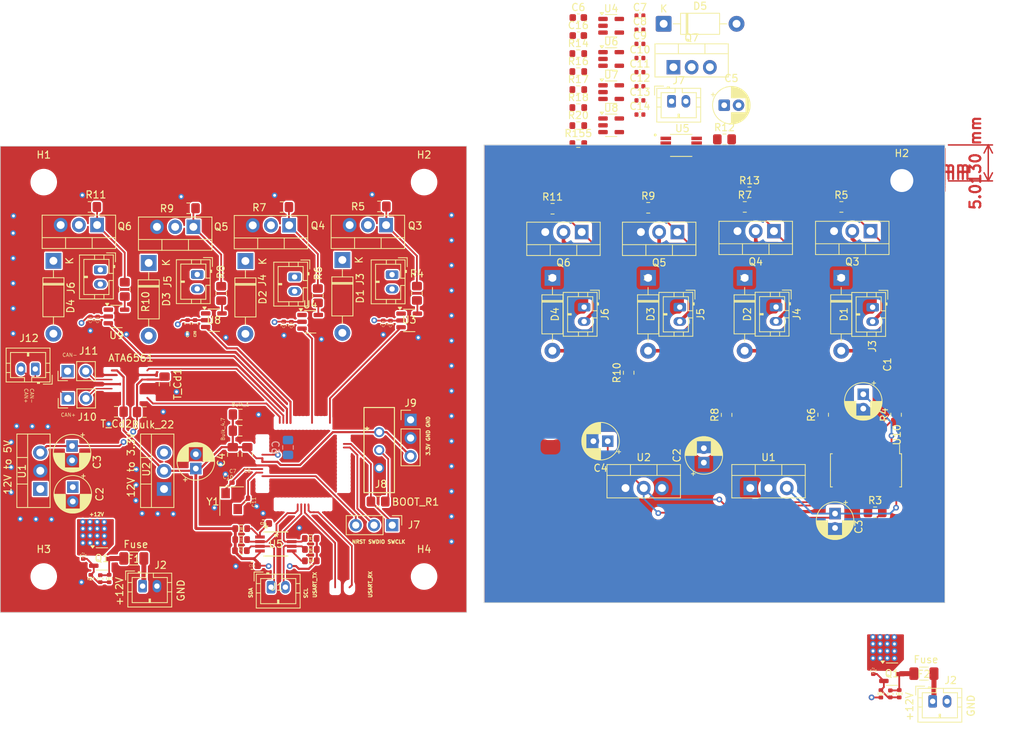
<source format=kicad_pcb>
(kicad_pcb (version 20241229) (generator "pcbnew") (generator_version "9.0")
  (layers (0 "F.Cu" signal) (2 "B.Cu" signal) (13 "F.Paste" user) (15 "B.Paste" user) (5 "F.SilkS" user "F.Silkscreen") (7 "B.SilkS" user "B.Silkscreen") (1 "F.Mask" user) (3 "B.Mask" user) (25 "Edge.Cuts" user))
  (net 0 "")
  (net 1 "+5V")
  (net 2 "GND")
  (net 3 "SLN1+")
  (net 4 "+3.3V")
  (net 5 "SLN1-")
  (net 6 "SLN2-")
  (net 7 "SLN3-")
  (net 8 "SLN4-")
  (net 9 "Net-(C5-Pad2)")
  (net 10 "Net-(U5-EN)")
  (net 11 "Net-(J2-Pin_1)")
  (net 12 "SDA")
  (net 13 "SCL")
  (net 14 "Net-(Q3-G)")
  (net 15 "Net-(Q4-G)")
  (net 16 "Net-(Q5-G)")
  (net 17 "Net-(Q6-G)")
  (net 18 "Net-(U3-OE')")
  (net 19 "S1CTRL")
  (net 20 "S2CTRL")
  (net 21 "S3CTRL")
  (net 22 "S4CTRL")
  (net 35 "12V")
  (net 36 "3.3V")
  (net 37 "Net-(D5-A)")
  (net 38 "Net-(D5-K)")
  (net 39 "SDA_ext")
  (net 40 "SCL_ext")
  (net 41 "Net-(Q7-G)")
  (net 42 "Net-(U4-OUT)")
  (net 43 "Net-(U6-OUT)")
  (net 44 "Net-(U7-OUT)")
  (net 45 "Net-(U8-OUT)")
  (net 46 "Net-(U5-READY)")
  (net 51 "+12V_fuse")
  (net 52 "Net-(Q1-G)")
  (net 53 "Net-(Q1-S)")
  (net 54 "CAN-")
  (net 55 "Net-(U3-OUT)")
  (net 56 "Net-(U9-OUT)")
  (net 57 "VBAT")
  (net 58 "5V")
  (net 59 "RCC_OSC_IN")
  (net 60 "RCC_OSC_OUT")
  (net 61 "FDCAN_TX")
  (net 62 "/SWCLK")
  (net 63 "/SWDIO")
  (net 64 "/NRST")
  (net 65 "FDCAN_RX")
  (net 66 "CAN+")
  (net 67 "Net-(J8-Pin_2)")
  (net 70 "USART-")
  (net 71 "USART+")
  (footprint "Diode_THT:D_DO-41_SOD81_P10.16mm_Horizontal" (layer "F.Cu") (at 107.0925 59.5125 -90)
    (property "Reference" "D2")
    (property "Value" "1N47xxA")
  )
  (footprint "Resistor_SMD:R_0603_1608Metric" (layer "F.Cu") (at 106.465 99.89 180)
    (property "Reference" "R12")
    (property "Value" "10k")
  )
  (footprint "Fuse:Fuse_1206_3216Metric" (layer "F.Cu") (at 91.54 100.98 180)
    (property "Reference" "F1")
    (property "Value" "10A")
  )
  (footprint "Capacitor_SMD:C_0805_2012Metric_Pad1.18x1.45mm_HandSolder" (layer "F.Cu") (at 106.387 80.9145 180)
    (property "Reference" "Bulk_1")
    (property "Value" "1uF")
  )
  (footprint "Resistor_SMD:R_0805_2012Metric_Pad1.20x1.40mm_HandSolder" (layer "F.Cu") (at 85.39 51.98)
    (property "Reference" "R11")
    (property "Value" "10k")
  )
  (footprint "Capacitor_THT:CP_Radial_D5.0mm_P2.00mm" (layer "F.Cu") (at 173.838775 37.8)
    (property "Reference" "C5")
    (property "Value" "1u")
  )
  (footprint "Connector_JST:JST_PH_B2B-PH-K_1x02_P2.00mm_Vertical" (layer "F.Cu") (at 92.76 104.84)
    (property "Reference" "J2")
    (property "Value" "2X1")
  )
  (footprint "Resistor_SMD:R_0805_2012Metric_Pad1.20x1.40mm_HandSolder" (layer "F.Cu") (at 173.879 42.55)
    (property "Reference" "R12")
    (property "Value" "100k")
  )
  (footprint "MountingHole:MountingHole_3.2mm_M3_DIN965" (layer "F.Cu") (at 78.98 48.52)
    (property "Reference" "H1")
    (property "Value" "MountingHole")
  )
  (footprint "Fuse:Fuse_1206_3216Metric" (layer "F.Cu") (at 201.68 117.04 180)
    (property "Reference" "F2")
    (property "Value" "10A")
  )
  (footprint "Package_TO_SOT_THT:TO-220-3_Vertical" (layer "F.Cu") (at 99.842 54.756 180)
    (property "Reference" "Q5")
    (property "Value" "FQP30N06L")
  )
  (footprint "Connector_JST:JST_PH_B2B-PH-K_1x02_P2.00mm_Vertical" (layer "F.Cu") (at 127.54 61.42 -90)
    (property "Reference" "J3")
    (property "Value" "2X1")
  )
  (footprint "Connector_JST:JST_PH_B2B-PH-K_1x02_P2.00mm_Vertical" (layer "F.Cu") (at 154.313 65.948 -90)
    (property "Reference" "J6")
    (property "Value" "2X1")
  )
  (footprint "Capacitor_SMD:C_0402_1005Metric" (layer "F.Cu") (at 126.3075 68.3025 90)
    (property "Reference" "C13")
    (property "Value" "1uF")
  )
  (footprint "Resistor_SMD:R_0603_1608Metric" (layer "F.Cu") (at 153.499 33.11)
    (property "Reference" "R16")
    (property "Value" "10k")
  )
  (footprint "Capacitor_SMD:C_0402_1005Metric" (layer "F.Cu") (at 86.49 67.76 90)
    (property "Reference" "C16")
    (property "Value" "1uF")
  )
  (footprint "Resistor_SMD:R_0603_1608Metric" (layer "F.Cu") (at 153.499 38.13)
    (property "Reference" "R18")
    (property "Value" "10k")
  )
  (footprint "Package_TO_SOT_THT:TO-220-3_Vertical" (layer "F.Cu") (at 177.477 91.166)
    (property "Reference" "U1")
    (property "Value" "L7805")
  )
  (footprint "Capacitor_SMD:C_0805_2012Metric_Pad1.18x1.45mm_HandSolder" (layer "F.Cu") (at 106.377 83.1745)
    (property "Reference" "Bulk_4.7")
    (property "Value" "4.7uF")
  )
  (footprint "Package_TO_SOT_THT:TO-220-3_Vertical" (layer "F.Cu") (at 153.975 55.478 180)
    (property "Reference" "Q6")
    (property "Value" "FQP30N06L")
  )
  (footprint "Resistor_SMD:R_0402_1005Metric" (layer "F.Cu") (at 85.54 103.79 90)
    (property "Reference" "R2")
    (property "Value" "4.7k")
  )
  (footprint "Package_TO_SOT_SMD:SOT-23-3" (layer "F.Cu") (at 87.0925 101.05)
    (property "Reference" "Q1")
    (property "Value" "NTR0202PLT1G OR Si2347DS")
  )
  (footprint "Package_TO_SOT_SMD:SOT-23-3" (layer "F.Cu") (at 197.2325 117.11)
    (property "Reference" "Q1")
    (property "Value" "NTR0202PLT1G OR Si2347DS")
  )
  (footprint "Resistor_SMD:R_0402_1005Metric" (layer "F.Cu") (at 195.68 119.85 90)
    (property "Reference" "R2")
    (property "Value" "4.7k")
  )
  (footprint "TCA4307:SOP65P490X110-8N" (layer "F.Cu") (at 167.844 43.4)
    (property "Reference" "U5")
    (property "Value" "TCA4307")
  )
  (footprint "Capacitor_SMD:C_0402_1005Metric" (layer "F.Cu") (at 162.089 33.19)
    (property "Reference" "C11")
    (property "Value" "0.1uF")
  )
  (footprint "Resistor_SMD:R_0402_1005Metric" (layer "F.Cu") (at 88.1 103.78 90)
    (property "Reference" "R1")
    (property "Value" "1k")
  )
  (footprint "Capacitor_SMD:C_0402_1005Metric_Pad0.74x0.62mm_HandSolder" (layer "F.Cu") (at 104.6625 90.415 180)
    (property "Reference" "C10")
    (property "Value" "10pF")
  )
  (footprint "Capacitor_SMD:C_0402_1005Metric" (layer "F.Cu") (at 86.8575 103.8 90)
    (property "Reference" "C5")
    (property "Value" "22nF")
  )
  (footprint "Capacitor_THT:CP_Radial_D5.0mm_P2.00mm" (layer "F.Cu") (at 100.18 88.45 90)
    (property "Reference" "C4")
    (property "Value" "10u")
  )
  (footprint "Package_TO_SOT_THT:TO-220-3_Vertical" (layer "F.Cu") (at 86.421 54.5 180)
    (property "Reference" "Q6")
    (property "Value" "FQP30N06L")
  )
  (footprint "Connector_JST:JST_PH_B2B-PH-K_1x02_P2.00mm_Vertical" (layer "F.Cu") (at 194.53 65.964 -90)
    (property "Reference" "J3")
    (property "Value" "2X1")
  )
  (footprint "Resistor_SMD:R_0805_2012Metric_Pad1.20x1.40mm_HandSolder" (layer "F.Cu") (at 163.246 52.105)
    (property "Reference" "R9")
    (property "Value" "10k")
  )
  (footprint "Capacitor_SMD:C_0402_1005Metric" (layer "F.Cu") (at 162.089 31.22)
    (property "Reference" "C10")
    (property "Value" "1uF")
  )
  (footprint "Capacitor_SMD:C_0805_2012Metric_Pad1.18x1.45mm_HandSolder" (layer "F.Cu") (at 105.3345 86.507 -90)
    (property "Reference" "C7")
    (property "Value" "100nF")
  )
  (footprint "Capacitor_SMD:C_0402_1005Metric" (layer "F.Cu") (at 196.9975 119.86 90)
    (property "Reference" "C1")
    (property "Value" "22nF")
  )
  (footprint "Diode_THT:D_DO-41_SOD81_P10.16mm_Horizontal" (layer "F.Cu") (at 149.894 61.868 -90)
    (property "Reference" "D4")
    (property "Value" "1N47xxA")
  )
  (footprint "Resistor_SMD:R_0603_1608Metric" (layer "F.Cu") (at 153.499 40.64)
    (property "Reference" "R20")
    (property "Value" "10k")
  )
  (footprint "Connector_JST:JST_PH_B2B-PH-K_1x02_P2.00mm_Vertical" (layer "F.Cu") (at 166.499 37.25)
    (property "Reference" "J7")
    (property "Value" "2X1")
  )
  (footprint "Diode_THT:D_DO-41_SOD81_P10.16mm_Horizontal" (layer "F.Cu") (at 165.399 26.45)
    (property "Reference" "D5")
    (property "Value" "1N47xxA")
  )
  (footprint "Resistor_SMD:R_0805_2012Metric_Pad1.20x1.40mm_HandSolder" (layer "F.Cu") (at 103.72 64.04 90)
    (property "Reference" "R8")
    (property "Value" "330")
  )
  (footprint "Resistor_SMD:R_0805_2012Metric_Pad1.20x1.40mm_HandSolder" (layer "F.Cu") (at 125.59 93.05)
    (property "Reference" "BOOT_R1")
    (property "Value" "10k")
  )
  (footprint "Connector_PinHeader_2.54mm:PinHeader_1x02_P2.54mm_Vertical" (layer "F.Cu") (at 82.33 78.67 90)
    (property "Reference" "J10")
    (property "Value" "Conn_01x02")
  )
  (footprint "custom_components:slide_switch_EGER1218_Thruster" (layer "F.Cu") (at 125.747 83.372)
    (property "Reference" "J8")
    (property "Value" "Conn_01x03")
  )
  (footprint "Capacitor_THT:CP_Radial_D5.0mm_P2.00mm" (layer "F.Cu") (at 157.604112 84.633 180)
    (property "Reference" "C4")
    (property "Value" "10u")
  )
  (footprint "Diode_THT:D_DO-41_SOD81_P10.16mm_Horizontal" (layer "F.Cu") (at 176.691 61.868 -90)
    (property "Reference" "D2")
    (property "Value" "1N47xxA")
  )
  (footprint "Resistor_SMD:R_0805_2012Metric_Pad1.20x1.40mm_HandSolder" (layer "F.Cu") (at 177.365 49.95)
    (property "Reference" "R13")
    (property "Value" "100k")
  )
  (footprint "Capacitor_SMD:C_0402_1005Metric" (layer "F.Cu") (at 127.3175 68.3125 90)
    (property "Reference" "C14")
    (property "Value" "0.1uF")
  )
  (footprint "Capacitor_SMD:C_0603_1608Metric" (layer "F.Cu") (at 153.499 25.58)
    (property "Reference" "C6")
    (property "Value" "0.1u")
  )
  (footprint "Capacitor_SMD:C_0402_1005Metric" (layer "F.Cu") (at 113.495 68.48 90)
    (property "Reference" "C18")
    (property "Value" "1uF")
  )
  (footprint "Resistor_SMD:R_0603_1608Metric" (layer "F.Cu") (at 116.215 99.725 180)
    (property "Reference" "R14")
    (property "Value" "10k")
  )
  (footprint "Package_TO_SOT_THT:TO-220-3_Vertical" (layer "F.Cu") (at 95.75 91.3 90)
    (property "Reference" "U2")
    (property "Value" "LD1117V33")
  )
  (footprint "Connector_PinHeader_2.54mm:PinHeader_1x03_P2.54mm_Vertical" (layer "F.Cu") (at 127.56 96.34 -90)
    (property "Reference" "J7")
    (property "Value" "Conn_01x03_Pin")
  )
  (footprint "Resistor_SMD:R_0805_2012Metric_Pad1.20x1.40mm_HandSolder" (layer "F.Cu") (at 149.911 52.232)
    (property "Reference" "R11")
    (property "Value" "10k")
  )
  (footprint "Resistor_SMD:R_0603_1608Metric" (layer "F.Cu") (at 153.499 43.15)
    (property "Reference" "R155")
    (property "Value" "10k")
  )
  (footprint "custom_components:SOIC8_DGK_TEX" (layer "F.Cu") (at 111.335 98.965)
    (property "Reference" "U5")
    (property "Value" "TCA4307")
  )
  (footprint "Capacitor_THT:CP_Radial_D5.0mm_P2.00mm" (layer "F.Cu") (at 83.03 91.04 -90)
    (property "Reference" "C2")
    (property "Value" "10u")
  )
  (footprint "Resistor_SMD:R_0805_2012Metric_Pad1.20x1.40mm_HandSolder" (layer "F.Cu") (at 112.1625 51.9925)
    (property "Reference" "R7")
    (property "Value" "10k")
  )
  (footprint "Package_TO_SOT_THT:TO-220-3_Vertical" (layer "F.Cu") (at 126.7065 54.5095 180)
    (property "Reference" "Q3")
    (property "Value" "FQP30N06L")
  )
  (footprint "Connector_PinHeader_2.54mm:PinHeader_1x02_P2.54mm_Vertical" (layer "F.Cu") (at 82.3 74.87 90)
    (property "Reference" "J11")
    (property "Value" "Conn_01x02")
  )
  (footprint "Diode_THT:D_DO-41_SOD81_P10.16mm_Horizontal" (layer "F.Cu") (at 190.153 61.868 -90)
    (property "Reference" "D1")
    (property "Value" "1N47xxA")
  )
  (footprint "Resistor_SMD:R_0805_2012Metric_Pad1.20x1.40mm_HandSolder" (layer "F.Cu") (at 99.14 52.16)
    (property "Reference" "R9")
    (property "Value" "10k")
  )
  (footprint "Capacitor_SMD:C_0402_1005Metric" (layer "F.Cu") (at 85.49 67.75 90)
    (property "Reference" "C15")
    (property "Value" "0.1uF")
  )
  (footprint "Capacitor_SMD:C_0603_1608Metric" (layer "F.Cu") (at 108.025 101.99)
    (property "Reference" "C16")
    (property "Value" "0.1u")
  )
  (footprint "Resistor_SMD:R_0603_1608Metric" (layer "F.Cu") (at 153.499 35.62)
    (property "Reference" "R17")
    (property "Value" "10k")
  )
  (footprint "Capacitor_SMD:C_0402_1005Metric" (layer "F.Cu") (at 162.089 39.1)
    (property "Reference" "C14")
    (property "Value" "0.1uF")
  )
  (footprint "Package_TO_SOT_SMD:SOT-23-5" (layer "F.Cu") (at 129.93 67.8025)
    (property "Reference" "U3")
    (property "Value" "MCP1416")
  )
  (footprint "Connector_JST:JST_PH_B2B-PH-K_1x02_P2.00mm_Vertical" (layer "F.Cu") (at 86.87 60.74 -90)
    (property "Reference" "J6")
    (property "Value" "2X1")
  )
  (footprint "Capacitor_SMD:C_0402_1005Metric" (layer "F.Cu") (at 194.62 116.61 90)
    (property "Reference" "C12")
    (property "Value" "0.47u")
  )
  (footprint "Capacitor_SMD:C_0402_1005Metric" (layer "F.Cu") (at 112.435 68.45 90)
    (property "Reference" "C17")
    (property "Value" "0.1uF")
  )
  (footprint "Package_TO_SOT_THT:TO-220-3_Vertical" (layer "F.Cu") (at 113.1965 54.5415 180)
    (property "Reference" "Q4")
    (property "Value" "FQP30N06L")
  )
  (footprint "Package_TO_SOT_THT:TO-220-3_Vertical" (layer "F.Cu") (at 78.5 91.3 90)
    (property "Reference" "U1")
    (property "Value" "L7805")
  )
  (footprint "Resistor_SMD:R_0603_1608Metric" (layer "F.Cu") (at 116.19 98.195 180)
    (property "Reference" "R17")
    (property "Value" "10k")
  )
  (footprint "Resistor_SMD:R_0603_1608Metric" (layer "F.Cu") (at 106.5 98.35 180)
    (property "Reference" "R16")
    (property "Value" "10k")
  )
  (footprint "Resistor_SMD:R_0603_1608Metric" (layer "F.Cu") (at 153.499 30.6)
    (property "Reference" "R14")
    (property "Value" "10k")
  )
  (footprint "Package_TO_SOT_SMD:SOT-23-5" (layer "F.Cu") (at 89.1225 67.25)
    (property "Reference" "U9")
    (property "Value" "MCP1416")
  )
  (footprint "MountingHole:MountingHole_3.2mm_M3_DIN965" (layer "F.Cu") (at 78.98 103.5)
    (property "Reference" "H3")
    (property "Value" "MountingHole")
  )
  (footprint "Diode_THT:D_DO-41_SOD81_P10.16mm_Horizontal" (layer "F.Cu") (at 93.61 59.78 -90)
    (property "Reference" "D3")
    (property "Value" "1N47xxA")
  )
  (footprint "Resistor_SMD:R_0805_2012Metric_Pad1.20x1.40mm_HandSolder" (layer "F.Cu") (at 176.708 51.978)
    (property "Reference" "R7")
    (property "Value" "10k")
  )
  (footprint "Connector_JST:JST_PH_B2B-PH-K_1x02_P2.00mm_Vertical" (layer "F.Cu") (at 110.6675 104.9875)
    (property "Reference" "J1")
    (property "Value" "2X1")
  )
  (footprint "Capacitor_SMD:C_0402_1005Metric" (layer "F.Cu") (at 84.48 100.55 90)
    (property "Reference" "C12")
    (property "Value" "0.47u")
  )
  (footprint "Package_TO_SOT_SMD:SOT-23-5" (layer "F.Cu") (at 158.079 26.725)
    (property "Reference" "U4")
    (property "Value" "MCP1416")
  )
  (footprint "Package_TO_SOT_THT:TO-220-3_Vertical" (layer "F.Cu") (at 194.234 55.351 180)
    (property "Reference" "Q3")
    (property "Value" "FQP30N06L")
  )
  (footprint "Connector_JST:JST_PH_B2B-PH-K_1x02_P2.00mm_Vertical" (layer "F.Cu") (at 113.9525 61.7425 -90)
    (property "Reference" "J4")
    (property "Value" "2X1")
  )
  (footprint "Package_SO:TSSOP-28_4.4x9.7mm_P0.65mm" (layer "F.Cu") (at 193.606 88.697 -90)
    (property "Reference" "U10")
    (property "Value" "PCA9685")
  )
  (footprint "MountingHole:MountingHole_3.2mm_M3_DIN965" (layer "F.Cu") (at 132 48.52)
    (property "Reference" "H2")
    (property "Value" "MountingHole")
  )
  (footprint "Package_TO_SOT_SMD:SOT-23-5" (layer "F.Cu") (at 158.079 40.6)
    (property "Reference" "U8")
    (property "Value" "MCP1416")
  )
  (footprint "Capacitor_SMD:C_0805_2012Metric_Pad1.18x1.45mm_HandSolder" (layer "F.Cu") (at 93.0225 80.57)
    (property "Reference" "Bulk_22")
    (property "Value" "22uF")
  )
  (footprint "MountingHole:MountingHole_3.2mm_M3_DIN965" (layer "F.Cu") (at 198.6 48.3)
    (property "Reference" "H2")
    (property "Value" "MountingHole")
  )
  (footprint "Connector_JST:JST_PH_B2B-PH-K_1x02_P2.00mm_Vertical" (layer "F.Cu") (at 100.38 61.4 -90)
    (property "Reference" "J5")
    (property "Value" "2X1")
  )
  (footprint "Capacitor_SMD:C_0603_1608Metric" (layer "F.Cu") (at 109.585 96.11)
    (property "Reference" "C25")
    (property "Value" "0.1u")
  )
  (footprint "Package_TO_SOT_SMD:SOT-23-5" (layer "F.Cu") (at 158.079 35.975)
    (property "Reference" "U7")
    (property "Value" "MCP1416")
  )
  (footprint "MountingHole:MountingHole_3.2mm_M3_DIN965" (layer "F.Cu") (at 132 103.5)
    (property "Reference" "H4")
    (property "Value" "MountingHole")
  )
  (footprint "Connector_PinHeader_2.54mm:PinHeader_1x03_P2.54mm_Vertical" (layer "F.Cu") (at 130.12 81.65)
    (property "Reference" "J9")
    (property "Value" "Conn_01x03_Pin")
  )
  (footprint "Capacitor_SMD:C_0402_1005Metric" (layer "F.Cu") (at 162.089 29.25)
    (property "Reference" "C9")
    (property "Value" "0.1uF")
  )
  (footprint "Resistor_SMD:R_0805_2012Metric_Pad1.20x1.40mm_HandSolder" (layer "F.Cu") (at 197.797 80.95 90)
    (property "Reference" "R4")
    (property "Value" "330")
  )
  (footprint "Capacitor_THT:CP_Radial_D5.0mm_P2.00mm" (layer "F.Cu") (at 171 87.620113 90)
    (property "Reference" "C2")
    (property "Value" "10u")
  )
  (footprint "Package_TO_SOT_THT:TO-220-3_Vertical" (layer "F.Cu") (at 167.31 55.478 180)
    (property "Reference" "Q5")
    (property "Value" "FQP30N06L")
  )
  (footprint "Capacitor_SMD:C_0402_1005Metric" (layer "F.Cu") (at 99.03 68.24 90)
    (property "Reference" "C19")
    (property "Value" "0.1uF")
  )
  (footprint "Resistor_SMD:R_0805_2012Metric_Pad1.20x1.40mm_HandSolder" (layer "F.Cu") (at 117.1925 64.3525 90)
    (property "Reference" "R6")
    (property "Value" "330")
  )
  (footprint "Diode_THT:D_DO-41_SOD81_P10.16mm_Horizontal" (layer "F.Cu") (at 163.229 61.868 -90)
    (property "Reference" "D3")
    (property "Value" "1N47xxA")
  )
  (footprint "Package_TO_SOT_THT:TO-220-3_Vertical" (layer "F.Cu") (at 166.759 32.5)
    (property "Reference" "Q7")
    (property "Value" "IRF4905SPbF")
  )
  (footprint "Capacitor_SMD:C_0805_2012Metric_Pad1.18x1.45mm_HandSolder" (layer "F.Cu") (at 107.3545 86.507 -90)
    (property "Reference" "C8")
    (property "Value" "100nF")
  )
  (footprint "Capacitor_SMD:C_0603_1608Metric" (layer "F.Cu") (at 153.499 28.09)
    (property "Reference" "C16")
    (property "Value" "0.1u")
  )
  (footprint "Package_TO_SOT_SMD:SOT-23-5" (layer "F.Cu") (at 158.079 31.35)
    (property "Reference" "U6")
    (property "Value" "MCP1416")
  )
  (footprint "Capacitor_THT:CP_Radial_D5.0mm_P2.00mm" (layer "F.Cu") (at 82.93 85.31 -90)
    (property "Reference" "C3")
    (property "Value" "10u")
  )
  (footprint "Capacitor_SMD:C_0402_1005Metric" (layer "F.Cu") (at 162.089 37.13)
    (property "Reference" "C13")
    (property "Value" "1uF")
  )
  (footprint "Resistor_SMD:R_0805_2012Metric_Pad1.20x1.40mm_HandSolder" (layer "F.Cu") (at 90.27 63.47 90)
    (property "Reference" "R10")
    (property "Value" "330")
  )
  (footprint "Crystal:Crystal_SMD_3225-4Pin_3.2x2.5mm" (layer "F.Cu") (at 105.18 92.995 -90)
    (property "Reference" "Y1")
    (property "Value" "16Mhz")
  )
  (footprint "Capacitor_SMD:C_0805_2012Metric_Pad1.18x1.45mm_HandSolder" (layer "F.Cu") (at 95.8225 76.6725 -90)
    (property "Reference" "T_Cd1")
    (property "Value" "100nF")
  )
  (footprint "Connector_JST:JST_PH_B2B-PH-K_1x02_P2.00mm_Vertical" (layer "F.Cu") (at 181.068 65.932 -90)
    (property "Reference" "J4")
    (property "Value" "2X1")
  )
  (footprint "Resistor_SMD:R_0805_2012Metric_Pad1.20x1.40mm_HandSolder" (layer "F.Cu") (at 174.175 80.966 90)
    (property "Reference" "R8")
    (property "Value" "330")
  )
  (footprint "Resistor_SMD:R_0805_2012Metric_Pad1.20x1.40mm_HandSolder" (layer "F.Cu") (at 160.52 75.092 90)
    (property "Reference" "R10")
    (property "Value" "330")
  )
  (footprint "Package_TO_SOT_SMD:SOT-23-5" (layer "F.Cu") (at 116.1225 67.99)
    (property "Reference" "U4")
    (property "Value" "MCP1416")
  )
  (footprint "Connector_JST:JST_PH_B2B-PH-K_1x02_P2.00mm_Vertical" (layer "F.Cu") (at 202.9 120.9)
    (property "Reference" "J2")
    (property "Value" "2X1")
  )
  (footprint "Connector_JST:JST_PH_B2B-PH-K_1x02_P2.00mm_Vertical" (layer "F.Cu") (at 167.648 65.948 -90)
    (property "Reference" "J5")
    (property "Value" "2X1")
  )
  (footprint "Diode_THT:D_DO-41_SOD81_P10.16mm_Horizontal" (layer "F.Cu") (at 120.61 59.37 -90)
    (property "Reference" "D1")
    (property "Value" "1N47xxA")
  )
  (footprint "Capacitor_SMD:C_0402_1005Metric" (layer "F.Cu") (at 162.089 35.16)
    (property "Reference" "C12")
    (property "Value" "1uF")
  )
  (footprint "Resistor_SMD:R_0805_2012Metric_Pad1.20x1.40mm_HandSolder" (layer "F.Cu") (at 125.74 51.91)
    (property "Reference" "R5")
    (property "Value" "10k")
  )
  (footprint "Capacitor_SMD:C_0402_1005Metric" (layer "F.Cu") (at 162.089 27.28)
    (property "Reference" "C8")
    (property "Value" "1uF")
  )
  (footprint "Capacitor_SMD:C_0805_2012Metric_Pad1.18x1.45mm_HandSolder" (layer "F.Cu") (at 89.08 80.53 180)
    (property "Reference" "T_Cd2")
    (property "Value" "100nF")
  )
  (footprint "Capacitor_SMD:C_0402_1005Metric" (layer "F.Cu") (at 162.089 25.31)
    (property "Reference" "C7")
    (property "Value" "0.1uF")
  )
  (footprint "Capacitor_THT:CP_Radial_D5.0mm_P2.00mm" (layer "F.Cu") (at 189.288 94.726888 -90)
    (property "Reference" "C3")
    (property "Value" "10u")
  )
  (footprint "Resistor_SMD:R_0603_1608Metric" (layer "F.Cu") (at 116.215 101.315 180)
    (property "Reference" "R18")
    (property "Value" "10k")
  )
  (footprint "Resistor_SMD:R_0805_2012Metric_Pad1.20x1.40mm_HandSolder" (layer "F.Cu") (at 190.17 51.978)
    (property "Reference" "R5")
    (property "Value" "10k")
  )
  (footprint "Package_TO_SOT_THT:TO-220-3_Vertical" (layer "F.Cu") (at 180.772 55.351 180)
    (property "Reference" "Q4")
    (property "Value" "FQP30N06L")
  )
  (footprint "Capacitor_SMD:C_0402_1005Metric_Pad0.74x0.62mm_HandSolder" (layer "F.Cu") (at 107.47 93.16 -90)
    (property "Reference" "C11")
    (property "Value" "10pF")
  )
  (footprint "Capacitor_SMD:C_0402_1005Metric" (layer "F.Cu") (at 100.07 68.24 90)
    (property "Reference" "C20")
    (property "Value" "1uF")
  )
  (footprint "Connector_JST:JST_PH_B2B-PH-K_1x02_P2.00mm_Vertical" (layer "F.Cu") (at 77.8 74.57 180)
    (property "Reference" "J12")
    (property "Value" "2X1")
  )
  (footprint "Package_TO_SOT_SMD:SOT-23-5" (layer "F.Cu") (at 102.6925 67.77)
    (property "Reference" "U8")
    (property "Value" "MCP1416")
  )
  (footprint "Diode_THT:D_DO-41_SOD81_P10.16mm_Horizontal" (layer "F.Cu") (at 80.33 59.49 -90)
    (property "Reference" "D4")
    (property "Value" "1N47xxA")
  )
  (footprint "Resistor_SMD:R_0805_2012Metric_Pad1.20x1.40mm_HandSolder" (layer "F.Cu") (at 187.637 80.95 90)
    (property "Reference" "R6")
    (property "Value" "330")
  )
  (footprint "Package_TO_SOT_THT:TO-220-3_Vertical" (layer "F.Cu") (at 160.078 91.166)
    (property "Reference" "U2")
    (property "Value" "LD1117V33")
  )
  (footprint "Resistor_SMD:R_0805_2012Metric_Pad1.20x1.40mm_HandSolder" (layer "F.Cu") (at 194.876 94.539)
    (property "Reference" "R3")
    (property "Value" "10k")
  )
  (footprint "Resistor_SMD:R_0805_2012Metric_Pad1.20x1.40mm_HandSolder" (layer "F.Cu") (at 131.0025 64.0125 90)
    (property "Reference" "R4")
    (property "Value" "330")
  )
  (footprint "Resistor_SMD:R_0402_1005Metric" (layer "F.Cu") (at 198.24 119.84 90)
    (property "Reference" "R1")
    (property "Value" "1k")
  )
  (footprint "Capacitor_THT:CP_Radial_D5.0mm_P2.00mm" (layer "F.Cu") (at 193.225 78.089888 -90)
    (property "Reference" "C1")
    (property "Value" "10u")
  )
  (footprint "Resistor_SMD:R_0603_1608Metric" (layer "F.Cu") (at 106.51 96.82)
    (property "Reference" "R15")
    (property "Value" "10k")
  )
  (footprint "Capacitor_SMD:C_0805_2012Metric_Pad1.18x1.45mm_HandSolder" (layer "B.Cu") (at 113.03 85.51 -90)
    (property "Reference" "C9")
    (property "Value" "100nF")
  )
  (gr_rect (start 72.933113 43.509887) (end 137.933113 108.509887) (stroke (width 0.1)) (fill no) (layer "Edge.Cuts"))
  (gr_rect (start 140.35 43.337) (end 204.6 107.15) (stroke (width 0.1)) (fill no) (layer "Edge.Cuts"))
  (gr_text "3.3V GND GND" (at 132.86 86.69 90) (layer "F.SilkS") (effects (font (size 0.5 0.5) (thickness 0.125)) (justify left bottom)))
  (gr_text "GND" (at 98.69 107.07 90) (layer "F.SilkS") (effects (font (size 1 1)) (justify left bottom)))
  (gr_text "USART_RX" (at 124.8 106.52 90) (layer "F.SilkS") (effects (font (size 0.5 0.5) (thickness 0.125) (bold yes)) (justify left bottom)))
  (gr_text "SCL" (at 115.82 106.59 90) (layer "F.SilkS") (effects (font (size 0.5 0.5) (thickness 0.125)) (justify left bottom)))
  (gr_text "GND" (at 208.83 123.13 90) (layer "F.SilkS") (effects (font (size 1 1)) (justify left bottom)))
  (gr_text "+12V" (at 85.27 95.12 0) (layer "F.SilkS") (effects (font (size 0.5 0.5) (thickness 0.125)) (justify left bottom)))
  (gr_text "NRST SWDIO SWCLK\n" (at 121.88 98.95 0) (layer "F.SilkS") (effects (font (size 0.5 0.5) (thickness 0.125)) (justify left bottom)))
  (gr_text "ATA6561" (at 87.89 73.62 0) (layer "F.SilkS") (effects (font (size 1 1)) (justify left bottom)))
  (gr_text "+12V" (at 90.12 107.67 90) (layer "F.SilkS") (effects (font (size 1 1)) (justify left bottom)))
  (gr_text "CAN-\n" (at 81.54 72.91 0) (layer "F.SilkS") (effects (font (size 0.5 0.5) (thickness 0.0625)) (justify left bottom)))
  (gr_text "CAN-\nCAN+" (at 76.23 77.23 270) (layer "F.SilkS") (effects (font (size 0.5 0.5) (thickness 0.0625)) (justify left bottom)))
  (gr_text "+12V" (at 200.26 123.73 90) (layer "F.SilkS") (effects (font (size 1 1)) (justify left bottom)))
  (gr_text "USART_TX" (at 117.07 106.52 90) (layer "F.SilkS") (effects (font (size 0.5 0.5) (thickness 0.125) (bold yes)) (justify left bottom)))
  (gr_text "Fuse" (at 200.15 115.66 0) (layer "F.SilkS") (effects (font (size 1 1)) (justify left bottom)))
  (gr_text "12V to 3.3V\n" (at 91.74 92.56 90) (layer "F.SilkS") (effects (font (size 1 1)) (justify left bottom)))
  (gr_text "SDA" (at 108.13 106.56 90) (layer "F.SilkS") (effects (font (size 0.5 0.5) (thickness 0.125)) (justify left bottom)))
  (gr_text "Fuse" (at 90.01 99.6 0) (layer "F.SilkS") (effects (font (size 1 1)) (justify left bottom)))
  (gr_text "12V to 5V\n" (at 74.55 92.16 90) (layer "F.SilkS") (effects (font (size 1 1)) (justify left bottom)))
  (gr_text "CAN+" (at 81.33 81.26 0) (layer "F.SilkS") (effects (font (size 0.5 0.5) (thickness 0.0625)) (justify left bottom)))
  (dimension (type orthogonal) (layer "F.Cu") (pts (xy 204.6 43.337) (xy 198.6 43.337)) (height 4.963) (orientation 0) (format (prefix "") (suffix "") (units 3) (units_format 1) (precision 4)) (style (thickness 0.2) (arrow_length 1.27) (text_position_mode 0) (arrow_direction outward) (extension_height 0.58642) (extension_offset 0.5) (keep_text_aligned yes)) (gr_text "6.0000 mm" (at 201.6 46.5 0) (layer "F.Cu") (effects (font (size 1.5 1.5) (thickness 0.3)))))
  (dimension (type orthogonal) (layer "F.Cu") (pts (xy 204.6 43.337) (xy 204.6 48.35)) (height 6.05) (orientation 1) (format (prefix "") (suffix "") (units 3) (units_format 1) (precision 4)) (style (thickness 0.2) (arrow_length 1.27) (text_position_mode 0) (arrow_direction outward) (extension_height 0.58642) (extension_offset 0.5) (keep_text_aligned yes)) (gr_text "5.0130 mm" (at 208.85 45.8435 90) (layer "F.Cu") (effects (font (size 1.5 1.5) (thickness 0.3)))))
  (dimension (type orthogonal) (layer "F.Cu") (pts (xy 204.6 43.337) (xy 198.6 49.337)) (height 5.863) (orientation 0) (format (prefix "") (suffix "") (units 3) (units_format 1) (precision 4)) (style (thickness 0.2) (arrow_length 1.27) (text_position_mode 0) (arrow_direction outward) (extension_height 0.58642) (extension_offset 0.5) (keep_text_aligned yes)) (gr_text "6.0000 mm" (at 201.6 47.4 0) (layer "F.Cu") (effects (font (size 1.5 1.5) (thickness 0.3)))))
  (segment (start 142.897 89.121173) (end 143.237827 89.462) (width 0.25) (layer "F.Cu") (net 0))
  (segment (start 142.897 87.733) (end 142.897 89.121173) (width 0.25) (layer "F.Cu") (net 0))
  (segment (start 149.826 96.505) (end 168.23 96.505) (width 0.25) (layer "F.Cu") (net 0))
  (segment (start 149.622 94.301) (end 148.422 95.501) (width 0.25) (layer "F.Cu") (net 0))
  (segment (start 149.622 96.301) (end 149.826 96.505) (width 0.25) (layer "F.Cu") (net 0))
  (segment (start 197.831 91.5595) (end 197.831 85.8345) (width 0.25) (layer "F.Cu") (net 1))
  (segment (start 197.831 93.87) (end 197.797 93.904) (width 0.25) (layer "F.Cu") (net 1))
  (segment (start 180.398 95.317) (end 183.7 95.317) (width 0.25) (layer "F.Cu") (net 1))
  (segment (start 197.831 85.8345) (end 197.181 85.8345) (width 0.25) (layer "F.Cu") (net 1))
  (segment (start 197.162 85.8155) (end 197.181 85.8345) (width 0.25) (layer "F.Cu") (net 1))
  (segment (start 183.716 95.301) (end 188.713888 95.301) (width 0.25) (layer "F.Cu") (net 1))
  (segment (start 183.7 95.317) (end 183.716 95.301) (width 0.25) (layer "F.Cu") (net 1))
  (segment (start 197.831 91.5595) (end 197.831 93.87) (width 0.25) (layer "F.Cu") (net 1))
  (segment (start 197.162 83.871) (end 197.162 85.8155) (width 0.25) (layer "F.Cu") (net 1))
  (segment (start 188.713888 95.301) (end 189.288 94.726888) (width 0.25) (layer "F.Cu") (net 1))
  (via (at 197.797 93.904) (size 0.8) (drill 0.4) (layers "F.Cu" "B.Cu") (net 1))
  (via (at 197.162 83.871) (size 0.8) (drill 0.4) (layers "F.Cu" "B.Cu") (net 1))
  (segment (start 196.974112 94.726888) (end 197.797 93.904) (width 0.25) (layer "B.Cu") (net 1))
  (segment (start 186.117888 94.726888) (end 186.748 94.726888) (width 0.25) (layer "B.Cu") (net 1))
  (segment (start 197.162 83.871) (end 197.162 82.026888) (width 0.25) (layer "B.Cu") (net 1))
  (segment (start 182.557 91.166) (end 186.117888 94.726888) (width 0.25) (layer "B.Cu") (net 1))
  (segment (start 197.162 82.026888) (end 193.225 78.089888) (width 0.25) (layer "B.Cu") (net 1))
  (segment (start 186.748 94.726888) (end 196.974112 94.726888) (width 0.25) (layer "B.Cu") (net 1))
  (segment (start 175.708 51.978) (end 175.692 51.994) (width 0.25) (layer "F.Cu") (net 2))
  (segment (start 195.231 91.5595) (end 195.881 91.5595) (width 0.25) (layer "F.Cu") (net 2))
  (segment (start 195.231 85.8345) (end 195.231 86.523041) (width 0.25) (layer "F.Cu") (net 2))
  (segment (start 195.231 86.523041) (end 194.857041 86.897) (width 0.25) (layer "F.Cu") (net 2))
  (segment (start 104.33 93.995) (end 106.03 92.295) (width 0.25) (layer "F.Cu") (net 2))
  (segment (start 189.154 51.994) (end 189.154 55.351) (width 0.25) (layer "F.Cu") (net 2))
  (segment (start 98.14 52.16) (end 98.14 50.545) (width 0.25) (layer "F.Cu") (net 2))
  (segment (start 102.945 94.095) (end 102.77 93.92) (width 0.25) (layer "F.Cu") (net 2))
  (segment (start 126.3125 68.7875) (end 126.3075 68.7825) (width 0.25) (layer "F.Cu") (net 2))
  (segment (start 103.9555 87.5445) (end 103.63 87.87) (width 0.25) (layer "F.Cu") (net 2))
  (segment (start 107.4145 80.9245) (end 107.4245 80.9145) (width 0.25) (layer "F.Cu") (net 2))
  (segment (start 195.876 91.5645) (end 195.881 91.5595) (width 0.25) (layer "F.Cu") (net 2))
  (segment (start 98.14 50.545) (end 98.1425 50.5425) (width 0.25) (layer "F.Cu") (net 2))
  (segment (start 95.425 77.3125) (end 95.8225 77.71) (width 0.25) (layer "F.Cu") (net 2))
  (segment (start 88.4825 78.5825) (end 88.4825 80.09) (width 0.25) (layer "F.Cu") (net 2))
  (segment (start 84.25 104.3) (end 84.24 104.29) (width 0.25) (layer "F.Cu") (net 2))
  (segment (start 195.68 120.36) (end 194.39 120.36) (width 0.25) (layer "F.Cu") (net 2))
  (segment (start 111.1625 51.9925) (end 111.1625 50.3625) (width 0.25) (layer "F.Cu") (net 2))
  (segment (start 112.465 68.96) (end 112.435 68.93) (width 0.25) (layer "F.Cu") (net 2))
  (segment (start 162.246 52.105) (end 162.23 52.121) (width 0.25) (layer "F.Cu") (net 2))
  (segment (start 127.3175 68.7925) (end 126.3175 68.7925) (width 0.25) (layer "F.Cu") (net 2))
  (segment (start 131.0675 70.0675) (end 131.1925 70.1925) (width 0.25) (layer "F.Cu") (net 2))
  (segment (start 85.5 68.24) (end 85.49 68.23) (width 0.25) (layer "F.Cu") (net 2))
  (segment (start 131.0675 68.7525) (end 131.0675 70.0675) (width 0.25) (layer "F.Cu") (net 2))
  (segment (start 94.06 80.57) (end 95.61 80.57) (width 0.25) (layer "F.Cu") (net 2))
  (segment (start 103.83 69.65) (end 104.3625 70.1825) (width 0.25) (layer "F.Cu") (net 2))
  (segment (start 105.3345 87.5445) (end 103.9555 87.5445) (width 0.25) (layer "F.Cu") (net 2))
  (segment (start 86.49 68.24) (end 85.5 68.24) (width 0.25) (layer "F.Cu") (net 2))
  (segment (start 84.39 50.36) (end 84.3625 50.3325) (width 0.25) (layer "F.Cu") (net 2))
  (segment (start 124.74 51.91) (end 124.74 50.275) (width 0.25) (layer "F.Cu") (net 2))
  (segment (start 113.548348 97.990021) (end 113.548348 97.781652) (width 0.25) (layer "F.Cu") (net 2))
  (segment (start 107.4245 80.9145) (end 108.9145 80.9145) (width 0.25) (layer "F.Cu") (net 2))
  (segment (start 195.876 94.539) (end 195.876 91.5645) (width 0.25) (layer "F.Cu") (net 2))
  (segment (start 148.895 52.248) (end 148.895 55.478) (width 0.25) (layer "F.Cu") (net 2))
  (segment (start 98.9825 69.7125) (end 98.9825 68.7675) (width 0.25) (layer "F.Cu") (net 2))
  (segment (start 106.03 92.295) (end 106.03 91.895) (width 0.25) (layer "F.Cu") (net 2))
  (segment (start 84.39 51.98) (end 84.39 50.36) (width 0.25) (layer "F.Cu") (net 2))
  (segment (start 104.095 89.455) (end 104.31 89.24) (width 0.25) (layer "F.Cu") (net 2))
  (segment (start 195.876 94.539) (end 193.688112 96.726888) (width 0.25) (layer "F.Cu") (net 2))
  (segment (start 194.39 120.36) (end 194.38 120.35) (width 0.25) (layer "F.Cu") (net 2))
  (segment (start 105.83 101.99) (end 105.75 102.07) (width 0.25) (layer "F.Cu") (net 2))
  (segment (start 107.47 93.7275) (end 108.6625 93.7275) (width 0.25) (layer "F.Cu") (net 2))
  (segment (start 107.3545 87.5445) (end 105.3345 87.5445) (width 0.25) (layer "F.Cu") (net 2))
  (segment (start 107.825 88.015) (end 107.3545 87.5445) (width 0.25) (layer "F.Cu") (net 2))
  (segment (start 112.4625 68.9575) (end 112.435 68.93) (width 0.25) (layer "F.Cu") (net 2))
  (segment (start 108.6625 93.7275) (end 108.67 93.72) (width 0.25) (layer "F.Cu") (net 2))
  (segment (start 126.3175 68.7925) (end 126.3075 68.7825) (width 0.25) (layer "F.Cu") (net 2))
  (segment (start 108.81 96.11) (end 108.81 95.44) (width 0.25) (layer "F.Cu") (net 2))
  (segment (start 124.74 50.275) (end 124.7625 50.2525) (width 0.25) (layer "F.Cu") (net 2))
  (segment (start 104.33 94.095) (end 102.945 94.095) (width 0.25) (layer "F.Cu") (net 2))
  (segment (start 90.26 69.49) (end 90.5025 69.7325) (width 0.25) (layer "F.Cu") (net 2))
  (segment (start 93.4101 77.3125) (end 95.425 77.3125) (width 0.25) (layer "F.Cu") (net 2))
  (segment (start 88.0425 82.2275) (end 88.03 82.24) (width 0.25) (layer "F.Cu") (net 2))
  (segment (start 126.3125 69.7825) (end 126.3125 68.7875) (width 0.25) (layer "F.Cu") (net 2))
  (segment (start 103.83 68.72) (end 103.83 69.65) (width 0.25) (layer "F.Cu") (net 2))
  (segment (start 104.095 90.415) (end 104.095 89.455) (width 0.25) (layer "F.Cu") (net 2))
  (segment (start 100.07 68.72) (end 99.03 68.72) (width 0.25) (layer "F.Cu") (net 2))
  (segment (start 88.4825 80.09) (end 88.0425 80.53) (width 0.25) (layer "F.Cu") (net 2))
  (segment (start 95.61 80.57) (end 95.64 80.54) (width 0.25) (layer "F.Cu") (net 2))
  (segment (start 162.23 52.121) (end 162.23 55.478) (width 0.25) (layer "F.Cu") (net 2))
  (segment (start 194.857041 86.897) (end 189.754959 86.897) (width 0.25) (layer "F.Cu") (net 2))
  (segment (start 112.4625 69.8925) (end 112.4625 68.9575) (width 0.25) (layer "F.Cu") (net 2))
  (segment (start 85.4825 69.2325) (end 85.4825 68.2375) (width 0.25) (layer "F.Cu") (net 2))
  (segment (start 195.881 85.8345) (end 196.531 85.8345) (width 0.25) (layer "F.Cu") (net 2))
  (segment (start 85.54 104.3) (end 84.25 104.3) (width 0.25) (layer "F.Cu") (net 2))
  (segment (start 108.81 95.44) (end 109.56 94.69) (width 0.25) (layer "F.Cu") (net 2))
  (segment (start 195.231 85.8345) (end 195.881 85.8345) (width 0.25) (layer "F.Cu") (net 2))
  (segment (start 107.4145 83.1745) (end 107.4145 80.9245) (width 0.25) (layer "F.Cu") (net 2))
  (segment (start 189.381 86.52304) (end 189.381 85.8345) (width 0.25) (layer "F.Cu") (net 2))
  (segment (start 97.45 77.71) (end 97.49 77.75) (width 0.25) (layer "F.Cu") (net 2))
  (segment (start 107.25 101.99) (end 105.83 101.99) (width 0.25) (layer "F.Cu") (net 2))
  (segment (start 113.495 68.96) (end 112.465 68.96) (width 0.25) (layer "F.Cu") (net 2))
  (segment (start 189.17 51.978) (end 189.154 51.994) (width 0.25) (layer "F.Cu") (net 2))
  (segment (start 98.9825 68.7675) (end 99.03 68.72) (width 0.25) (layer "F.Cu") (net 2))
  (segment (start 117.26 68.94) (end 117.26 69.99) (width 0.25) (layer "F.Cu") (net 2))
  (segment (start 85.4825 68.2375) (end 85.49 68.23) (width 0.25) (layer "F.Cu") (net 2))
  (segment (start 185.3485 85.8345) (end 180.017 91.166) (width 0.25) (layer "F.Cu") (net 2))
  (segment (start 104.33 94.095) (end 104.33 93.995) (width 0.25) (layer "F.Cu") (net 2))
  (segment (start 109.455 88.015) (end 107.825 88.015) (width 0.25) (layer "F.Cu") (net 2))
  (segment (start 148.911 52.232) (end 148.895 52.248) (width 0.25) (layer "F.Cu") (net 2))
  (segment (start 189.288 96.726888) (end 193.688112 96.726888) (width 0.25) (layer "F.Cu") (net 2))
  (segment (start 108.9145 80.9145) (end 108.93 80.93) (width 0.25) (layer "F.Cu") (net 2))
  (segment (start 117.26 69.99) (end 117.6925 70.4225) (width 0.25) (layer "F.Cu") (net 2))
  (segment (start 189.381 85.8345) (end 185.3485 85.8345) (width 0.25) (layer "F.Cu") (net 2))
  (segment (start 88.0425 80.53) (end 88.0425 82.2275) (width 0.25) (layer "F.Cu") (net 2))
  (segment (start 113.548348 97.781652) (end 114.61 96.72) (width 0.25) (layer "F.Cu") (net 2))
  (segment (start 90.26 68.2) (end 90.26 69.49) (width 0.25) (layer "F.Cu") (net 2))
  (segment (start 189.754959 86.897) (end 189.381 86.52304) (width 0.25) (layer "F.Cu") (net 2))
  (segment (start 95.8225 77.71) (end 97.45 77.71) (width 0.25) (layer "F.Cu") (net 2))
  (segment (start 175.692 51.994) (end 175.692 55.351) (width 0.25) (layer "F.Cu") (net 2))
  (via (at 135.83 77.63) (size 0.8) (drill 0.4) (layers "F.Cu" "B.Cu") (net 2))
  (via (at 135.83 74.13) (size 0.8) (drill 0.4) (layers "F.Cu" "B.Cu") (net 2))
  (via (at 77.38 82.57) (size 0.8) (drill 0.4) (layers "F.Cu" "B.Cu") (net 2))
  (via (at 94.87 94.75) (size 0.8) (drill 0.4) (layers "F.Cu" "B.Cu") (net 2))
  (via (at 84.3625 50.3325) (size 0.8) (drill 0.4) (layers "F.Cu" "B.Cu") (net 2))
  (via (at 95.64 80.54) (size 0.8) (drill 0.4) (layers "F.Cu" "B.Cu") (net 2))
  (via (at 92.69 94.71) (size 0.8) (drill 0.4) (layers "F.Cu" "B.Cu") (net 2))
  (via (at 105.75 102.07) (size 0.8) (drill 0.4) (layers "F.Cu" "B.Cu") (net 2))
  (via (at 124.7625 50.2525) (size 0.8) (drill 0.4) (layers "F.Cu" "B.Cu") (net 2))
  (via (at 74.45 91.77) (size 0.8) (drill 0.4) (layers "F.Cu" "B.Cu") (net 2))
  (via (at 80.06 95.54) (size 0.8) (drill 0.4) (layers "F.Cu" "B.Cu") (net 2))
  (via (at 135.83 70.63) (size 0.8) (drill 0.4) (layers "F.Cu" "B.Cu") (net 2))
  (via (at 104.31 89.24) (size 0.8) (drill 0.4) (layers "F.Cu" "B.Cu") (net 2))
  (via (at 135.83 56.63) (size 0.8) (drill 0.4) (layers "F.Cu" "B.Cu") (net 2))
  (via (at 75.2 82.53) (size 0.8) (drill 0.4) (layers "F.Cu" "B.Cu") (net 2))
  (via (at 126.3125 69.7825) (size 0.8) (drill 0.4) (layers "F.Cu" "B.Cu") (net 2))
  (via (at 90.5025 69.7325) (size 0.8) (drill 0.4) (layers "F.Cu" "B.Cu") (net 2))
  (via (at 135.83 81.13) (size 0.8) (drill 0.4) (layers "F.Cu" "B.Cu") (net 2))
  (via (at 108.67 93.72) (size 0.8) (drill 0.4) (layers "F.Cu" "B.Cu") (net 2))
  (via (at 135.83 60.13) (size 0.8) (drill 0.4) (layers "F.Cu" "B.Cu") (net 2))
  (via (at 135.83 95.13) (size 0.8) (drill 0.4) (layers "F.Cu" "B.Cu") (net 2))
  (via (at 135.83 98.63) (size 0.8) (drill 0.4) (layers "F.Cu" "B.Cu") (net 2))
  (via (at 135.83 53.13) (size 0.8) (drill 0.4) (layers "F.Cu" "B.Cu") (net 2))
  (via (at 77.89 95.51) (size 0.8) (drill 0.4) (layers "F.Cu" "B.Cu") (net 2))
  (via (at 135.83 63.63) (size 0.8) (drill 0.4) (layers "F.Cu" "B.Cu") (net 2))
  (via (at 108.93 80.93) (size 0.8) (drill 0.4) (layers "F.Cu" "B.Cu") (net 2))
  (via (at 91.86 90.73) (size 0.8) (drill 0.4) (layers "F.Cu" "B.Cu") (net 2))
  (via (at 135.83 88.13) (size 0.8) (drill 0.4) (layers "F.Cu" "B.Cu") (net 2))
  (via (at 91.89 88.56) (size 0.8) (drill 0.4) (layers "F.Cu" "B.Cu") (net 2))
  (via (at 102.77 93.92) (size 0.8) (drill 0.4) (layers "F.Cu" "B.Cu") (net 2))
  (via (at 103.63 87.87) (size 0.8) (drill 0.4) (layers "F.Cu" "B.Cu") (net 2))
  (via (at 135.83 67.13) (size 0.8) (drill 0.4) (layers "F.Cu" "B.Cu") (net 2))
  (via (at 88.03 82.24) (size 0.8) (drill 0.4) (layers "F.Cu" "B.Cu") (net 2))
  (via (at 74.72 69.63) (size 0.8) (drill 0.4) (layers "F.Cu" "B.Cu") (net 2))
  (via (at 194.38 120.35) (size 0.8) (drill 0.4) (layers "F.Cu" "B.Cu") (net 2))
  (via (at 74.72 62.63) (size 0.8) (drill 0.4) (layers "F.Cu" "B.Cu") (net 2))
  (via (at 109.56 94.69) (size 0.8) (drill 0.4) (layers "F.Cu" "B.Cu") (net 2))
  (via (at 79.55 82.6) (size 0.8) (drill 0.4) (layers "F.Cu" "B.Cu") (net 2))
  (via (at 85.4825 69.2325) (size 0.8) (drill 0.4) (layers "F.Cu" "B.Cu") (net 2))
  (via (at 84.24 104.29) (size 0.8) (drill 0.4) (layers "F.Cu" "B.Cu") (net 2))
  (via (at 135.83 91.63) (size 0.8) (drill 0.4) (layers "F.Cu" "B.Cu") (net 2))
  (via (at 97.49 77.75) (size 0.8) (drill 0.4) (layers "F.Cu" "B.Cu") (net 2))
  (via (at 114.61 96.72) (size 0.8) (drill 0.4) (layers "F.Cu" "B.Cu") (net 2))
  (via (at 98.1425 50.5425) (size 0.8) (drill 0.4) (layers "F.Cu" "B.Cu") (net 2))
  (via (at 97.04 94.78) (size 0.8) (drill 0.4) (layers "F.Cu" "B.Cu") (net 2))
  (via (at 75.71 95.47) (size 0.8) (drill 0.4) (layers "F.Cu" "B.Cu") (net 2))
  (via (at 74.76 53.23) (size 0.8) (drill 0.4) (layers "F.Cu" "B.Cu") (net 2))
  (via (at 74.45 84.77) (size 0.8) (drill 0.4) (layers "F.Cu" "B.Cu") (net 2))
  (via (at 112.4625 69.8925) (size 0.8) (drill 0.4) (layers "F.Cu" "B.Cu") (net 2))
  (via (at 74.45 88.27) (size 0.8) (drill 0.4) (layers "F.Cu" "B.Cu") (net 2))
  (via (at 111.1625 50.3625) (size 0.8) (drill 0.4) (layers "F.Cu" "B.Cu") (net 2))
  (via (at 104.3625 70.1825) (size 0.8) (drill 0.4) (layers "F.Cu" "B.Cu") (net 2))
  (via (at 135.83 84.63) (size 0.8) (drill 0.4) (layers "F.Cu" "B.Cu") (net 2))
  (via (at 131.1925 70.1925) (size 0.8) (drill 0.4) (layers "F.Cu" "B.Cu") (net 2))
  (via (at 74.72 59.13) (size 0.8) (drill 0.4) (layers "F.Cu" "B.Cu") (net 2))
  (via (at 117.6925 70.4225) (size 0.8) (drill 0.4) (layers "F.Cu" "B.Cu") (net 2))
  (via (at 98.9825 69.7125) (size 0.8) (drill 0.4) (layers "F.Cu" "B.Cu") (net 2))
  (via (at 91.82 92.91) (size 0.8) (drill 0.4) (layers "F.Cu" "B.Cu") (net 2))
  (via (at 74.72 55.63) (size 0.8) (drill 0.4) (layers "F.Cu" "B.Cu") (net 2))
  (via (at 74.72 66.13) (size 0.8) (drill 0.4) (layers "F.Cu" "B.Cu") (net 2))
  (segment (start 177.25 90.474) (end 172.869 90.474) (width 0.25) (layer "F.Cu") (net 3))
  (segment (start 177.477 91.166) (end 178.18 90.463) (width 0.5) (layer "B.Cu") (net 3))
  (segment (start 181.052 65.948) (end 181.068 65.932) (width 0.5) (layer "B.Cu") (net 3))
  (segment (start 181.068 65.932) (end 181.1 65.964) (width 0.5) (layer "B.Cu") (net 3))
  (segment (start 174.707 94.309) (end 173.159 92.761) (width 0.25) (layer "F.Cu") (net 4))
  (segment (start 164.711 94.605) (end 168.23 94.605) (width 0.25) (layer "F.Cu") (net 4))
  (segment (start 157.604112 86.152112) (end 162.618 91.166) (width 0.25) (layer "F.Cu") (net 4))
  (segment (start 164.65 94.666) (end 164.711 94.605) (width 0.25) (layer "F.Cu") (net 4))
  (segment (start 157.604112 84.633) (end 157.604112 86.152112) (width 0.25) (layer "F.Cu") (net 4))
  (segment (start 173.159 92.761) (end 173.286 92.761) (width 0.25) (layer "F.Cu") (net 4))
  (segment (start 174.707 94.605) (end 174.707 94.309) (width 0.25) (layer "F.Cu") (net 4))
  (via (at 164.65 94.666) (size 0.8) (drill 0.4) (layers "F.Cu" "B.Cu") (net 4))
  (via (at 173.159 92.761) (size 0.8) (drill 0.4) (layers "F.Cu" "B.Cu") (net 4))
  (segment (start 164.213 92.761) (end 162.618 91.166) (width 0.25) (layer "B.Cu") (net 4))
  (segment (start 164.65 94.666) (end 164.523 94.539) (width 0.25) (layer "B.Cu") (net 4))
  (segment (start 162.618 92.634) (end 162.618 91.166) (width 0.25) (layer "B.Cu") (net 4))
  (segment (start 164.65 94.666) (end 162.618 92.634) (width 0.25) (layer "B.Cu") (net 4))
  (segment (start 164.523 94.539) (end 164.523 94.539) (width 0.25) (layer "B.Cu") (net 4))
  (segment (start 173.159 92.761) (end 164.213 92.761) (width 0.25) (layer "B.Cu") (net 4))
  (segment (start 192.54 72.028) (end 190.153 72.028) (width 0.5) (layer "F.Cu") (net 5))
  (segment (start 194.53 67.964) (end 194.504 67.964) (width 0.5) (layer "F.Cu") (net 5))
  (segment (start 195.855 60.584) (end 195.855 66.639) (width 0.5) (layer "F.Cu") (net 5))
  (segment (start 191.694 55.351) (end 191.694 56.423) (width 0.5) (layer "F.Cu") (net 5))
  (segment (start 196.604 67.964) (end 192.54 72.028) (width 0.5) (layer "F.Cu") (net 5))
  (segment (start 191.694 56.423) (end 195.855 60.584) (width 0.5) (layer "F.Cu") (net 5))
  (segment (start 195.855 66.639) (end 194.53 67.964) (width 0.5) (layer "F.Cu") (net 5))
  (segment (start 182.55 66.45) (end 181.068 67.932) (width 0.5) (layer "F.Cu") (net 6))
  (segment (start 181.068 67.932) (end 181.068 67.938) (width 0.5) (layer "F.Cu") (net 6))
  (segment (start 179.078 72.028) (end 176.691 72.028) (width 0.5) (layer "F.Cu") (net 6))
  (segment (start 182.55 61.074) (end 182.55 66.45) (width 0.5) (layer "F.Cu") (net 6))
  (segment (start 178.232 56.756) (end 182.55 61.074) (width 0.5) (layer "F.Cu") (net 6))
  (segment (start 183.168 67.938) (end 179.078 72.028) (width 0.5) (layer "F.Cu") (net 6))
  (segment (start 178.232 55.351) (end 178.232 56.756) (width 0.5) (layer "F.Cu") (net 6))
  (segment (start 168.973 61.261) (end 168.973 66.623) (width 0.5) (layer "F.Cu") (net 7))
  (segment (start 167.648 67.948) (end 167.596 67.948) (width 0.5) (layer "F.Cu") (net 7))
  (segment (start 168.973 66.623) (end 167.648 67.948) (width 0.5) (layer "F.Cu") (net 7))
  (segment (start 165.616 72.028) (end 163.229 72.028) (width 0.5) (layer "F.Cu") (net 7))
  (segment (start 164.77 55.478) (end 164.77 57.058) (width 0.5) (layer "F.Cu") (net 7))
  (segment (start 169.696 67.948) (end 165.616 72.028) (width 0.5) (layer "F.Cu") (net 7))
  (segment (start 164.77 57.058) (end 168.973 61.261) (width 0.5) (layer "F.Cu") (net 7))
  (segment (start 152.281 72.028) (end 149.894 72.028) (width 0.5) (layer "F.Cu") (net 8))
  (segment (start 155.638 61.007) (end 155.638 66.623) (width 0.5) (layer "F.Cu") (net 8))
  (segment (start 151.435 55.478) (end 151.435 56.804) (width 0.5) (layer "F.Cu") (net 8))
  (segment (start 155.638 66.623) (end 154.313 67.948) (width 0.5) (layer "F.Cu") (net 8))
  (segment (start 154.313 67.948) (end 154.261 67.948) (width 0.5) (layer "F.Cu") (net 8))
  (segment (start 151.435 56.804) (end 155.638 61.007) (width 0.5) (layer "F.Cu") (net 8))
  (segment (start 86.87 63.11) (end 86.87 62.74) (width 0.25) (layer "F.Cu") (net 8))
  (segment (start 156.361 67.948) (end 152.281 72.028) (width 0.5) (layer "F.Cu") (net 8))
  (segment (start 107.335 96.82) (end 107.951631 96.82) (width 0.25) (layer "F.Cu") (net 10))
  (segment (start 109.121652 97.990021) (end 109.121652 97.348348) (width 0.25) (layer "F.Cu") (net 10))
  (segment (start 109.121652 97.348348) (end 110.36 96.11) (width 0.25) (layer "F.Cu") (net 10))
  (segment (start 107.951631 96.82) (end 109.121652 97.990021) (width 0.25) (layer "F.Cu") (net 10))
  (segment (start 112.96 94.66) (end 111.42 96.2) (width 0.25) (layer "F.Cu") (net 12))
  (segment (start 185.730604 93.142) (end 188.905604 89.967) (width 0.25) (layer "F.Cu") (net 12))
  (segment (start 197.181 90.870959) (end 197.181 91.5595) (width 0.25) (layer "F.Cu") (net 12))
  (segment (start 173.982 97.23) (end 174.707 96.505) (width 0.25) (layer "F.Cu") (net 12))
  (segment (start 175.707 95.555) (end 178.12 93.142) (width 0.25) (layer "F.Cu") (net 12))
  (segment (start 148.762827 97.23) (end 173.982 97.23) (width 0.25) (layer "F.Cu") (net 12))
  (segment (start 114.38 93.44) (end 114.38 94.295608) (width 0.25) (layer "F.Cu") (net 12))
  (segment (start 178.394 98.242) (end 175.707 95.555) (width 0.25) (layer "F.Cu") (net 12))
  (segment (start 178.12 93.142) (end 185.730604 93.142) (width 0.25) (layer "F.Cu") (net 12))
  (segment (start 111.42 97.255608) (end 110.035601 98.640007) (width 0.25) (layer "F.Cu") (net 12))
  (segment (start 188.905604 89.967) (end 196.277041 89.967) (width 0.25) (layer "F.Cu") (net 12))
  (segment (start 171.23 95.555) (end 175.707 95.555) (width 0.25) (layer "F.Cu") (net 12))
  (segment (start 114.38 94.295608) (end 114.015608 94.66) (width 0.25) (layer "F.Cu") (net 12))
  (segment (start 111.42 96.2) (end 111.42 97.255608) (width 0.25) (layer "F.Cu") (net 12))
  (segment (start 183.7 97.317) (end 182.775 98.242) (width 0.25) (layer "F.Cu") (net 12))
  (segment (start 114.015608 94.66) (end 112.96 94.66) (width 0.25) (layer "F.Cu") (net 12))
  (segment (start 196.277041 89.967) (end 197.181 90.870959) (width 0.25) (layer "F.Cu") (net 12))
  (segment (start 107.615007 98.640007) (end 109.121652 98.640007) (width 0.25) (layer "F.Cu") (net 12))
  (segment (start 110.035601 98.640007) (end 109.121652 98.640007) (width 0.25) (layer "F.Cu") (net 12))
  (segment (start 107.325 98.35) (end 107.615007 98.640007) (width 0.25) (layer "F.Cu") (net 12))
  (segment (start 180.398 97.317) (end 179.469 97.317) (width 0.25) (layer "F.Cu") (net 13))
  (segment (start 114.919993 98.640007) (end 113.548348 98.640007) (width 0.25) (layer "F.Cu") (net 13))
  (segment (start 112.44 98.445608) (end 112.44 97.19) (width 0.25) (layer "F.Cu") (net 13))
  (segment (start 185.907112 93.601888) (end 189.012 90.497) (width 0.25) (layer "F.Cu") (net 13))
  (segment (start 179.469 97.317) (end 177.707 95.555) (width 0.25) (layer "F.Cu") (net 13))
  (segment (start 115.365 98.195) (end 114.919993 98.640007) (width 0.25) (layer "F.Cu") (net 13))
  (segment (start 196.531 90.870959) (end 196.531 91.5595) (width 0.25) (layer "F.Cu") (net 13))
  (segment (start 114.88 93.44) (end 114.896 93.456) (width 0.25) (layer "F.Cu") (net 13))
  (segment (start 189.012 90.497) (end 196.157041 90.497) (width 0.25) (layer "F.Cu") (net 13))
  (segment (start 112.634399 98.640007) (end 112.44 98.445608) (width 0.25) (layer "F.Cu") (net 13))
  (segment (start 179.660112 93.601888) (end 185.907112 93.601888) (width 0.25) (layer "F.Cu") (net 13))
  (segment (start 177.707 95.555) (end 179.660112 93.601888) (width 0.25) (layer "F.Cu") (net 13))
  (segment (start 113.548348 98.640007) (end 112.634399 98.640007) (width 0.25) (layer "F.Cu") (net 13))
  (segment (start 114.88 94.75) (end 114.88 93.44) (width 0.25) (layer "F.Cu") (net 13))
  (segment (start 112.44 97.19) (end 114.88 94.75) (width 0.25) (layer "F.Cu") (net 13))
  (segment (start 196.157041 90.497) (end 196.531 90.870959) (width 0.25) (layer "F.Cu") (net 13))
  (segment (start 131.0025 58.8055) (end 126.7065 54.5095) (width 0.25) (layer "F.Cu") (net 14))
  (segment (start 191.17 52.287) (end 194.234 55.351) (width 0.25) (layer "F.Cu") (net 14))
  (segment (start 126.74 51.91) (end 126.74 54.476) (width 0.25) (layer "F.Cu") (net 14))
  (segment (start 126.74 54.476) (end 126.7065 54.5095) (width 0.25) (layer "F.Cu") (net 14))
  (segment (start 131.0025 63.0125) (end 131.0025 58.8055) (width 0.25) (layer "F.Cu") (net 14))
  (segment (start 197.858 76.632) (end 198.747 75.743) (width 0.25) (layer "F.Cu") (net 14))
  (segment (start 191.17 51.978) (end 191.17 52.287) (width 0.25) (layer "F.Cu") (net 14))
  (segment (start 198.747 75.743) (end 198.747 57.764) (width 0.25) (layer "F.Cu") (net 14))
  (segment (start 196.647 57.764) (end 194.234 55.351) (width 0.25) (layer "F.Cu") (net 14))
  (segment (start 113.1965 54.5415) (end 117.1925 58.5375) (width 0.25) (layer "F.Cu") (net 15))
  (segment (start 177.708 51.978) (end 180.772 55.042) (width 0.25) (layer "F.Cu") (net 15))
  (segment (start 185.598 60.177) (end 180.772 55.351) (width 0.25) (layer "F.Cu") (net 15))
  (segment (start 113.1625 51.9925) (end 113.1625 54.5075) (width 0.25) (layer "F.Cu") (net 15))
  (segment (start 113.1625 54.5075) (end 113.1965 54.5415) (width 0.25) (layer "F.Cu") (net 15))
  (segment (start 117.1925 58.5375) (end 117.1925 63.3525) (width 0.25) (layer "F.Cu") (net 15))
  (segment (start 187.698 76.632) (end 187.698 60.177) (width 0.25) (layer "F.Cu") (net 15))
  (segment (start 180.772 55.042) (end 180.772 55.351) (width 0.25) (layer "F.Cu") (net 15))
  (segment (start 164.246 52.414) (end 167.31 55.478) (width 0.25) (layer "F.Cu") (net 16))
  (segment (start 172.136 60.304) (end 167.31 55.478) (width 0.25) (layer "F.Cu") (net 16))
  (segment (start 103.72 58.634) (end 103.72 63.04) (width 0.25) (layer "F.Cu") (net 16))
  (segment (start 164.246 52.105) (end 164.246 52.414) (width 0.25) (layer "F.Cu") (net 16))
  (segment (start 99.842 54.756) (end 103.72 58.634) (width 0.25) (layer "F.Cu") (net 16))
  (segment (start 99.842 54.756) (end 99.842 52.458) (width 0.25) (layer "F.Cu") (net 16))
  (segment (start 174.236 76.648) (end 174.236 60.304) (width 0.25) (layer "F.Cu") (net 16))
  (segment (start 99.842 52.458) (end 100.14 52.16) (width 0.25) (layer "F.Cu") (net 16))
  (segment (start 86.421 54.5) (end 90.27 58.349) (width 0.25) (layer "F.Cu") (net 17))
  (segment (start 160.52 74.092) (end 160.52 59.923) (width 0.25) (layer "F.Cu") (net 17))
  (segment (start 150.911 52.232) (end 150.911 52.414) (width 0.25) (layer "F.Cu") (net 17))
  (segment (start 150.911 52.414) (end 153.975 55.478) (width 0.25) (layer "F.Cu") (net 17))
  (segment (start 86.421 52.011) (end 86.39 51.98) (width 0.25) (layer "F.Cu") (net 17))
  (segment (start 158.42 59.923) (end 153.975 55.478) (width 0.25) (layer "F.Cu") (net 17))
  (segment (start 86.421 54.5) (end 86.421 52.011) (width 0.25) (layer "F.Cu") (net 17))
  (segment (start 90.27 58.349) (end 90.27 62.47) (width 0.25) (layer "F.Cu") (net 17))
  (segment (start 194.581 93.834) (end 193.876 94.539) (width 0.25) (layer "F.Cu") (net 18))
  (segment (start 194.581 91.5595) (end 194.581 93.834) (width 0.25) (layer "F.Cu") (net 18))
  (segment (start 197.014959 81.95) (end 194.581 84.383959) (width 0.25) (layer "F.Cu") (net 19))
  (segment (start 197.797 81.95) (end 197.014959 81.95) (width 0.25) (layer "F.Cu") (net 19))
  (segment (start 128.7925 68.7525) (end 118.88 78.665) (width 0.25) (layer "F.Cu") (net 19))
  (segment (start 118.88 78.665) (end 118.88 82.09) (width 0.25) (layer "F.Cu") (net 19))
  (segment (start 194.581 84.383959) (end 194.581 85.0725) (width 0.25) (layer "F.Cu") (net 19))
  (segment (start 191.497041 81.95) (end 193.931 84.383959) (width 0.25) (layer "F.Cu") (net 20))
  (segment (start 116.38 70.335) (end 116.38 82.09) (width 0.25) (layer "F.Cu") (net 20))
  (segment (start 193.931 84.383959) (end 193.931 85.0725) (width 0.25) (layer "F.Cu") (net 20))
  (segment (start 187.637 81.95) (end 191.497041 81.95) (width 0.25) (layer "F.Cu") (net 20))
  (segment (start 114.985 68.94) (end 116.38 70.335) (width 0.25) (layer "F.Cu") (net 20))
  (segment (start 113.38 79.15) (end 113.38 79.135) (width 0.3) (layer "F.Cu") (net 21))
  (segment (start 174.175 81.966) (end 175.084 82.875) (width 0.25) (layer "F.Cu") (net 21))
  (segment (start 105.92 71.69) (end 104.525 71.69) (width 0.3) (layer "F.Cu") (net 21))
  (segment (start 191.772041 82.875) (end 193.281 84.383959) (width 0.25) (layer "F.Cu") (net 21))
  (segment (start 113.38 79.15) (end 105.92 71.69) (width 0.3) (layer "F.Cu") (net 21))
  (segment (start 193.281 84.383959) (end 193.281 85.0725) (width 0.25) (layer "F.Cu") (net 21))
  (segment (start 104.525 71.69) (end 101.555 68.72) (width 0.3) (layer "F.Cu") (net 21))
  (segment (start 175.084 82.875) (end 191.772041 82.875) (width 0.25) (layer "F.Cu") (net 21))
  (segment (start 113.38 82.09) (end 113.38 79.15) (width 0.3) (layer "F.Cu") (net 21))
  (segment (start 88.0225 68.1225) (end 92.68 72.78) (width 0.3) (layer "F.Cu") (net 22))
  (segment (start 191.828 83.617) (end 192.631 84.42) (width 0.25) (layer "F.Cu") (net 22))
  (segment (start 160.459 79.41) (end 160.459 81.95) (width 0.25) (layer "F.Cu") (net 22))
  (segment (start 112.88 80.13) (end 112.88 82.09) (width 0.3) (layer "F.Cu") (net 22))
  (segment (start 162.126 83.617) (end 191.828 83.617) (width 0.25) (layer "F.Cu") (net 22))
  (segment (start 105.53 72.78) (end 112.88 80.13) (width 0.3) (layer "F.Cu") (net 22))
  (segment (start 160.459 81.95) (end 162.126 83.617) (width 0.25) (layer "F.Cu") (net 22))
  (segment (start 192.631 84.42) (end 192.631 85.8345) (width 0.25) (layer "F.Cu") (net 22))
  (segment (start 92.68 72.78) (end 105.53 72.78) (width 0.3) (layer "F.Cu") (net 22))
  (segment (start 196.095 116.16) (end 194.65 116.16) (width 0.25) (layer "F.Cu") (net 35))
  (segment (start 99.03 67.76) (end 98.245 67.76) (width 0.25) (layer "F.Cu") (net 35))
  (segment (start 85.125 67.27) (end 84.2425 68.1525) (width 0.25) (layer "F.Cu") (net 35))
  (segment (start 101.545 67.76) (end 101.555 67.77) (width 0.25) (layer "F.Cu") (net 35))
  (segment (start 126.3075 67.8225) (end 125.0825 67.8225) (width 0.25) (layer "F.Cu") (net 35))
  (segment (start 86.49 67.28) (end 87.955 67.28) (width 0.25) (layer "F.Cu") (net 35))
  (segment (start 126.3075 67.8225) (end 127.3075 67.8225) (width 0.25) (layer "F.Cu") (net 35))
  (segment (start 99.03 67.76) (end 100.07 67.76) (width 0.25) (layer "F.Cu") (net 35))
  (segment (start 114.975 68) (end 114.985 67.99) (width 0.25) (layer "F.Cu") (net 35))
  (segment (start 127.3175 67.8325) (end 128.7625 67.8325) (width 0.25) (layer "F.Cu") (net 35))
  (segment (start 98.245 67.76) (end 97.6625 68.3425) (width 0.25) (layer "F.Cu") (net 35))
  (segment (start 85.49 67.27) (end 86.48 67.27) (width 0.25) (layer "F.Cu") (net 35))
  (segment (start 84.51 100.1) (end 84.48 100.07) (width 0.25) (layer "F.Cu") (net 35))
  (segment (start 111.225 67.97) (end 111.1525 68.0425) (width 0.25) (layer "F.Cu") (net 35))
  (segment (start 85.49 67.27) (end 85.125 67.27) (width 0.25) (layer "F.Cu") (net 35))
  (segment (start 112.435 67.97) (end 111.225 67.97) (width 0.25) (layer "F.Cu") (net 35))
  (segment (start 86.48 67.27) (end 86.49 67.28) (width 0.25) (layer "F.Cu") (net 35))
  (segment (start 113.465 67.97) (end 113.495 68) (width 0.25) (layer "F.Cu") (net 35))
  (segment (start 128.7625 67.8325) (end 128.7925 67.8025) (width 0.25) (layer "F.Cu") (net 35))
  (segment (start 127.3075 67.8225) (end 127.3175 67.8325) (width 0.25) (layer "F.Cu") (net 35))
  (segment (start 85.955 100.1) (end 84.51 100.1) (width 0.25) (layer "F.Cu") (net 35))
  (segment (start 87.955 67.28) (end 87.985 67.25) (width 0.25) (layer "F.Cu") (net 35))
  (segment (start 194.65 116.16) (end 194.62 116.13) (width 0.25) (layer "F.Cu") (net 35))
  (segment (start 100.07 67.76) (end 101.545 67.76) (width 0.25) (layer "F.Cu") (net 35))
  (segment (start 112.435 67.97) (end 113.465 67.97) (width 0.25) (layer "F.Cu") (net 35))
  (segment (start 113.495 68) (end 114.975 68) (width 0.25) (layer "F.Cu") (net 35))
  (segment (start 125.0825 67.8225) (end 125.0525 67.7925) (width 0.25) (layer "F.Cu") (net 35))
  (via (at 196.58 114.88) (size 0.8) (drill 0.4) (layers "F.Cu" "B.Cu") (net 35))
  (via (at 196.58 113.88) (size 0.8) (drill 0.4) (layers "F.Cu" "B.Cu") (net 35))
  (via (at 86.42 95.87) (size 0.8) (drill 0.4) (layers "F.Cu" "B.Cu") (net 35))
  (via (at 87.43 96.84) (size 0.8) (drill 0.4) (layers "F.Cu" "B.Cu") (net 35))
  (via (at 194.58 114.88) (size 0.8) (drill 0.4) (layers "F.Cu" "B.Cu") (net 35))
  (via (at 87.41 95.89) (size 0.8) (drill 0.4) (layers "F.Cu" "B.Cu") (net 35))
  (via (at 86.44 96.82) (size 0.8) (drill 0.4) (layers "F.Cu" "B.Cu") (net 35))
  (via (at 194.56 111.93) (size 0.8) (drill 0.4) (layers "F.Cu" "B.Cu") (net 35))
  (via (at 86.44 97.82) (size 0.8) (drill 0.4) (layers "F.Cu" "B.Cu") (net 35))
  (via (at 197.57 114.9) (size 0.8) (drill 0.4) (layers "F.Cu" "B.Cu") (net 35))
  (via (at 87.43 98.84) (size 0.8) (drill 0.4) (layers "F.Cu" "B.Cu") (net 35))
  (via (at 84.42 95.87) (size 0.8) (drill 0.4) (layers "F.Cu" "B.Cu") (net 35))
  (via (at 196.58 112.88) (size 0.8) (drill 0.4) (layers "F.Cu" "B.Cu") (net 35))
  (via (at 194.58 113.88) (size 0.8) (drill 0.4) (layers "F.Cu" "B.Cu") (net 35))
  (via (at 197.57 113.9) (size 0.8) (drill 0.4) (layers "F.Cu" "B.Cu") (net 35))
  (via (at 195.58 113.88) (size 0.8) (drill 0.4) (layers "F.Cu" "B.Cu") (net 35))
  (via (at 195.58 114.88) (size 0.8) (drill 0.4) (layers "F.Cu" "B.Cu") (net 35))
  (via (at 195.56 111.93) (size 0.8) (drill 0.4) (layers "F.Cu" "B.Cu") (net 35))
  (via (at 87.43 97.84) (size 0.8) (drill 0.4) (layers "F.Cu" "B.Cu") (net 35))
  (via (at 197.55 111.95) (size 0.8) (drill 0.4) (layers "F.Cu" "B.Cu") (net 35))
  (via (at 196.56 111.93) (size 0.8) (drill 0.4) (layers "F.Cu" "B.Cu") (net 35))
  (via (at 197.57 112.9) (size 0.8) (drill 0.4) (layers "F.Cu" "B.Cu") (net 35))
  (via (at 194.58 112.88) (size 0.8) (drill 0.4) (layers "F.Cu" "B.Cu") (net 35))
  (via (at 84.2425 68.1525) (size 0.8) (drill 0.4) (layers "F.Cu" "B.Cu") (net 35))
  (via (at 97.6625 68.3425) (size 0.8) (drill 0.4) (layers "F.Cu" "B.Cu") (net 35))
  (via (at 85.44 97.82) (size 0.8) (drill 0.4) (layers "F.Cu" "B.Cu") (net 35))
  (via (at 84.44 98.82) (size 0.8) (drill 0.4) (layers "F.Cu" "B.Cu") (net 35))
  (via (at 195.58 112.88) (size 0.8) (drill 0.4) (layers "F.Cu" "B.Cu") (net 35))
  (via (at 85.44 96.82) (size 0.8) (drill 0.4) (layers "F.Cu" "B.Cu") (net 35))
  (via (at 84.44 97.82) (size 0.8) (drill 0.4) (layers "F.Cu" "B.Cu") (net 35))
  (via (at 111.1525 68.0425) (size 0.8) (drill 0.4) (layers "F.Cu" "B.Cu") (net 35))
  (via (at 125.0525 67.7925) (size 0.8) (drill 0.4) (layers "F.Cu" "B.Cu") (net 35))
  (via (at 85.44 98.82) (size 0.8) (drill 0.4) (layers "F.Cu" "B.Cu") (net 35))
  (via (at 86.44 98.82) (size 0.8) (drill 0.4) (layers "F.Cu" "B.Cu") (net 35))
  (via (at 84.44 96.82) (size 0.8) (drill 0.4) (layers "F.Cu" "B.Cu") (net 35))
  (via (at 85.42 95.87) (size 0.8) (drill 0.4) (layers "F.Cu" "B.Cu") (net 35))
  (segment (start 113.28 102.045) (end 114.15 102.045) (width 0.3) (layer "F.Cu") (net 36))
  (segment (start 115.93 102.425) (end 117.04 101.315) (width 0.3) (layer "F.Cu") (net 36))
  (segment (start 108.29 101.01) (end 108.8 101.52) (width 0.4) (layer "F.Cu") (net 36))
  (segment (start 105.3345 83.1795) (end 105.3395 83.1745) (width 0.25) (layer "F.Cu") (net 36))
  (segment (start 117.04 101.315) (end 117.04 99.725) (width 0.3) (layer "F.Cu") (net 36))
  (segment (start 107.3545 85.4695) (end 107.3545 85.758678) (width 0.25) (layer "F.Cu") (net 36))
  (segment (start 89.188499 74.7725) (end 88.4825 74.7725) (width 0.3) (layer "F.Cu") (net 36))
  (segment (start 108.8 101.99) (end 110.265 101.99) (width 0.25) (layer "F.Cu") (net 36))
  (segment (start 117.04 98.22) (end 117.015 98.195) (width 0.3) (layer "F.Cu") (net 36))
  (segment (start 105.685 98.34) (end 105.675 98.35) (width 0.4) (layer "F.Cu") (net 36))
  (segment (start 110.225 101.95) (end 110.33 102.055) (width 0.25) (layer "F.Cu") (net 36))
  (segment (start 114.71 87.95) (end 119.288 83.372) (width 0.3) (layer "F.Cu") (net 36))
  (segment (start 109.455 87.515) (end 111.575 87.515) (width 0.3) (layer "F.Cu") (net 36))
  (segment (start 106.59 101.01) (end 108.29 101.01) (width 0.4) (layer "F.Cu") (net 36))
  (segment (start 110.265 101.99) (end 110.33 102.055) (width 0.25) (layer "F.Cu") (net 36))
  (segment (start 108.8 101.52) (end 108.8 101.99) (width 0.4) (layer "F.Cu") (net 36))
  (segment (start 105.675 99.855) (end 105.64 99.89) (width 0.4) (layer "F.Cu") (net 36))
  (segment (start 114.15 102.045) (end 114.53 102.425) (width 0.3) (layer "F.Cu") (net 36))
  (segment (start 109.121652 100.178348) (end 108.29 101.01) (width 0.25) (layer "F.Cu") (net 36))
  (segment (start 100.8 88.45) (end 103.7805 85.4695) (width 0.3) (layer "F.Cu") (net 36))
  (segment (start 105.3395 80.9245) (end 105.3495 80.9145) (width 0.25) (layer "F.Cu") (net 36))
  (segment (start 117.04 99.725) (end 117.04 98.22) (width 0.3) (layer "F.Cu") (net 36))
  (segment (start 90.1175 80.53) (end 90.1175 83.1275) (width 0.3) (layer "F.Cu") (net 36))
  (segment (start 105.3345 85.4695) (end 107.3545 85.4695) (width 0.3) (layer "F.Cu") (net 36))
  (segment (start 105.685 96.82) (end 105.685 98.34) (width 0.4) (layer "F.Cu") (net 36))
  (segment (start 109.455 87.515) (end 109.455 87.015) (width 0.3) (layer "F.Cu") (net 36))
  (segment (start 100.18 88.45) (end 100.18 96.75) (width 0.4) (layer "F.Cu") (net 36))
  (segment (start 109.121652 99.939979) (end 109.121652 100.178348) (width 0.25) (layer "F.Cu") (net 36))
  (segment (start 130.12 86.73) (end 126.762 83.372) (width 0.3) (layer "F.Cu") (net 36))
  (segment (start 90.1175 80.53) (end 90.1175 75.701501) (width 0.3) (layer "F.Cu") (net 36))
  (segment (start 114.53 102.425) (end 115.93 102.425) (width 0.3) (layer "F.Cu") (net 36))
  (segment (start 105.3345 85.4695) (end 105.3345 83.1795) (width 0.3) (layer "F.Cu") (net 36))
  (segment (start 90.1175 83.1275) (end 95.75 88.76) (width 0.3) (layer "F.Cu") (net 36))
  (segment (start 108.610822 87.015) (end 109.455 87.015) (width 0.25) (layer "F.Cu") (net 36))
  (segment (start 111.575 87.515) (end 112.01 87.95) (width 0.3) (layer "F.Cu") (net 36))
  (segment (start 95.75 88.76) (end 99.87 88.76) (width 0.3) (layer "F.Cu") (net 36))
  (segment (start 119.288 83.372) (end 125.747 83.372) (width 0.3) (layer "F.Cu") (net 36))
  (segment (start 105.64 99.89) (end 105.64 100.06) (width 0.4) (layer "F.Cu") (net 36))
  (segment (start 103.7805 85.4695) (end 105.3345 85.4695) (width 0.3) (layer "F.Cu") (net 36))
  (segment (start 105.685 96.82) (end 100.25 96.82) (width 0.4) (layer "F.Cu") (net 36))
  (segment (start 90.1175 75.701501) (end 89.188499 74.7725) (width 0.3) (layer "F.Cu") (net 36))
  (segment (start 99.87 88.76) (end 100.18 88.45) (width 0.25) (layer "F.Cu") (net 36))
  (segment (start 112.01 87.95) (end 114.71 87.95) (width 0.3) (layer "F.Cu") (net 36))
  (segment (start 107.3545 85.758678) (end 108.610822 87.015) (width 0.25) (layer "F.Cu") (net 36))
  (segment (start 100.25 96.82) (end 100.18 96.75) (width 0.4) (layer "F.Cu") (net 36))
  (segment (start 105.3395 83.1745) (end 105.3395 80.9245) (width 0.3) (layer "F.Cu") (net 36))
  (segment (start 105.675 98.35) (end 105.675 99.855) (width 0.4) (layer "F.Cu") (net 36))
  (segment (start 126.762 83.372) (end 125.747 83.372) (width 0.3) (layer "F.Cu") (net 36))
  (segment (start 100.18 88.45) (end 100.8 88.45) (width 0.25) (layer "F.Cu") (net 36))
  (segment (start 105.64 100.06) (end 106.59 101.01) (width 0.4) (layer "F.Cu") (net 36))
  (via (at 110.33 102.055) (size 0.8) (drill 0.4) (layers "F.Cu" "B.Cu") (net 36))
  (via (at 113.28 102.045) (size 0.8) (drill 0.4) (layers "F.Cu" "B.Cu") (net 36))
  (segment (start 109.185 99.29) (end 110.835 99.29) (width 0.25) (layer "F.Cu") (net 39))
  (segment (start 107.890007 99.289993) (end 109.121652 99.289993) (width 0.25) (layer "F.Cu") (net 39))
  (segment (start 107.29 99.89) (end 107.890007 99.289993) (width 0.25) (layer "F.Cu") (net 39))
  (segment (start 111.1 104.555) (end 110.6675 104.9875) (width 0.25) (layer "F.Cu") (net 39))
  (segment (start 110.835 99.29) (end 111.1 99.555) (width 0.25) (layer "F.Cu") (net 39))
  (segment (start 111.1 99.555) (end 111.1 104.555) (width 0.25) (layer "F.Cu") (net 39))
  (segment (start 112.62836 99.206) (end 112.9175 99.206) (width 0.25) (layer "F.Cu") (net 40))
  (segment (start 112.6675 104.9875) (end 112.424 104.744) (width 0.25) (layer "F.Cu") (net 40))
  (segment (start 115.39 99.725) (end 114.954993 99.289993) (width 0.25) (layer "F.Cu") (net 40))
  (segment (start 112.424 99.41036) (end 112.62836 99.206) (width 0.25) (layer "F.Cu") (net 40))
  (segment (start 112.424 104.744) (end 112.424 99.41036) (width 0.25) (layer "F.Cu") (net 40))
  (segment (start 114.954993 99.289993) (end 113.548348 99.289993) (width 0.25) (layer "F.Cu") (net 40))
  (segment (start 117.26 67.04) (end 117.26 65.42) (width 0.25) (layer "F.Cu") (net 42))
  (segment (start 117.26 65.42) (end 117.1925 65.3525) (width 0.25) (layer "F.Cu") (net 42))
  (segment (start 103.83 66.82) (end 103.83 65.15) (width 0.25) (layer "F.Cu") (net 45))
  (segment (start 103.83 65.15) (end 103.72 65.04) (width 0.25) (layer "F.Cu") (net 45))
  (segment (start 115.39 101.315) (end 114.923369 101.315) (width 0.25) (layer "F.Cu") (net 46))
  (segment (start 114.923369 101.315) (end 113.548348 99.939979) (width 0.25) (layer "F.Cu") (net 46))
  (segment (start 92.94 104.66) (end 92.76 104.84) (width 0.25) (layer "F.Cu") (net 51))
  (segment (start 92.94 100.98) (end 92.94 104.66) (width 0.7) (layer "F.Cu") (net 51))
  (segment (start 203.08 120.72) (end 202.9 120.9) (width 0.25) (layer "F.Cu") (net 51))
  (segment (start 203.08 117.04) (end 203.08 120.72) (width 0.7) (layer "F.Cu") (net 51))
  (segment (start 85.54 103.28) (end 86.54 104.28) (width 0.25) (layer "F.Cu") (net 52))
  (segment (start 86.54 104.28) (end 86.8575 104.28) (width 0.25) (layer "F.Cu") (net 52))
  (segment (start 196.095 118.925) (end 195.68 119.34) (width 0.25) (layer "F.Cu") (net 52))
  (segment (start 196.9975 120.34) (end 198.23 120.34) (width 0.25) (layer "F.Cu") (net 52))
  (segment (start 85.955 102) (end 85.955 102.865) (width 0.25) (layer "F.Cu") (net 52))
  (segment (start 196.095 118.06) (end 196.095 118.925) (width 0.25) (layer "F.Cu") (net 52))
  (segment (start 194.62 117.09) (end 195.125 117.09) (width 0.25) (layer "F.Cu") (net 52))
  (segment (start 196.68 120.34) (end 196.9975 120.34) (width 0.25) (layer "F.Cu") (net 52))
  (segment (start 195.68 119.34) (end 196.68 120.34) (width 0.25) (layer "F.Cu") (net 52))
  (segment (start 195.125 117.09) (end 196.095 118.06) (width 0.25) (layer "F.Cu") (net 52))
  (segment (start 84.48 101.03) (end 84.985 101.03) (width 0.25) (layer "F.Cu") (net 52))
  (segment (start 86.8575 104.28) (end 88.09 104.28) (width 0.25) (layer "F.Cu") (net 52))
  (segment (start 88.09 104.28) (end 88.1 104.29) (width 0.25) (layer "F.Cu") (net 52))
  (segment (start 84.985 101.03) (end 85.955 102) (width 0.25) (layer "F.Cu") (net 52))
  (segment (start 198.23 120.34) (end 198.24 120.35) (width 0.25) (layer "F.Cu") (net 52))
  (segment (start 85.955 102.865) (end 85.54 103.28) (width 0.25) (layer "F.Cu") (net 52))
  (segment (start 86.8575 103.32) (end 88.05 103.32) (width 0.25) (layer "F.Cu") (net 53))
  (segment (start 88.1 103.27) (end 88.1 101.18) (width 0.25) (layer "F.Cu") (net 53))
  (segment (start 200.28 117.04) (end 198.44 117.04) (width 0.7) (layer "F.Cu") (net 53))
  (segment (start 198.44 117.04) (end 198.37 117.11) (width 0.25) (layer "F.Cu") (net 53))
  (segment (start 88.3 100.98) (end 88.23 101.05) (width 0.25) (layer "F.Cu") (net 53))
  (segment (start 196.9975 119.38) (end 198.19 119.38) (width 0.25) (layer "F.Cu") (net 53))
  (segment (start 198.19 119.38) (end 198.24 119.33) (width 0.25) (layer "F.Cu") (net 53))
  (segment (start 198.24 117.24) (end 198.37 117.11) (width 0.25) (layer "F.Cu") (net 53))
  (segment (start 90.14 100.98) (end 88.3 100.98) (width 0.7) (layer "F.Cu") (net 53))
  (segment (start 88.05 103.32) (end 88.1 103.27) (width 0.25) (layer "F.Cu") (net 53))
  (segment (start 88.1 101.18) (end 88.23 101.05) (width 0.25) (layer "F.Cu") (net 53))
  (segment (start 198.24 119.33) (end 198.24 117.24) (width 0.25) (layer "F.Cu") (net 53))
  (segment (start 78.743813 76.529999) (end 78.396396 76.529999) (width 0.2) (layer "F.Cu") (net 54))
  (segment (start 78.396396 76.529999) (end 77.8 75.933603) (width 0.2) (layer "F.Cu") (net 54))
  (segment (start 80.61 76.529999) (end 80.640001 76.529999) (width 0.2) (layer "F.Cu") (net 54))
  (segment (start 86.0125 76.0425) (end 88.4825 76.0425) (width 0.2) (layer "F.Cu") (net 54))
  (segment (start 78.754712 76.529999) (end 78.743813 76.529999) (width 0.2) (layer "F.Cu") (net 54))
  (segment (start 84.84 74.87) (end 86.0125 76.0425) (width 0.2) (layer "F.Cu") (net 54))
  (segment (start 79.086712 76.197999) (end 79.086712 75.861999) (width 0.2) (layer "F.Cu") (net 54))
  (segment (start 79.418712 75.529999) (end 79.584712 75.529999) (width 0.2) (layer "F.Cu") (net 54))
  (segment (start 80.640001 76.529999) (end 82.3 74.87) (width 0.2) (layer "F.Cu") (net 54))
  (segment (start 77.8 75.933603) (end 77.8 74.57) (width 0.2) (layer "F.Cu") (net 54))
  (segment (start 79.916712 75.861999) (end 79.916712 76.197999) (width 0.2) (layer "F.Cu") (net 54))
  (segment (start 80.248712 76.529999) (end 80.414712 76.529999) (width 0.2) (layer "F.Cu") (net 54))
  (segment (start 80.414712 76.529999) (end 80.61 76.529999) (width 0.2) (layer "F.Cu") (net 54))
  (arc (start 79.584712 75.529999) (mid 79.819471 75.62724) (end 79.916712 75.861999) (width 0.2) (layer "F.Cu") (net 54))
  (arc (start 79.916712 76.197999) (mid 80.013953 76.432758) (end 80.248712 76.529999) (width 0.2) (layer "F.Cu") (net 54))
  (arc (start 78.754712 76.529999) (mid 78.989471 76.432758) (end 79.086712 76.197999) (width 0.2) (layer "F.Cu") (net 54))
  (arc (start 79.086712 75.861999) (mid 79.183953 75.62724) (end 79.418712 75.529999) (width 0.2) (layer "F.Cu") (net 54))
  (segment (start 131.0675 65.0775) (end 131.0025 65.0125) (width 0.25) (layer "F.Cu") (net 55))
  (segment (start 131.0675 66.8525) (end 131.0675 65.0775) (width 0.25) (layer "F.Cu") (net 55))
  (segment (start 90.27 66.29) (end 90.26 66.3) (width 0.25) (layer "F.Cu") (net 56))
  (segment (start 90.27 64.47) (end 90.27 66.29) (width 0.25) (layer "F.Cu") (net 56))
  (segment (start 109.46 86.52) (end 109.455 86.515) (width 0.25) (layer "F.Cu") (net 57))
  (segment (start 111.36 86.52) (end 109.46 86.52) (width 0.25) (layer "F.Cu") (net 57))
  (via (at 111.62 86.5475) (size 0.8) (drill 0.4) (layers "F.Cu" "B.Cu") (net 57))
  (segment (start 92.704101 76.0425) (end 93.4101 76.0425) (width 0.25) (layer "F.Cu") (net 58))
  (segment (start 82.93 85.31) (end 79.41 85.31) (width 0.3) (layer "F.Cu") (net 58))
  (segment (start 93.4101 76.0425) (end 95.415 76.0425) (width 0.3) (layer "F.Cu") (net 58))
  (segment (start 91.45 83.32) (end 91.985 82.785) (width 0.25) (layer "F.Cu") (net 58))
  (segment (start 91.985 82.785) (end 91.985 80.57) (width 0.25) (layer "F.Cu") (net 58))
  (segment (start 89.55 85.31) (end 90.11 84.75) (width 0.25) (layer "F.Cu") (net 58))
  (segment (start 91.985 80.57) (end 91.985 76.761601) (width 0.3) (layer "F.Cu") (net 58))
  (segment (start 79.41 85.31) (end 78.5 86.22) (width 0.3) (layer "F.Cu") (net 58))
  (segment (start 91.985 76.761601) (end 92.704101 76.0425) (width 0.3) (layer "F.Cu") (net 58))
  (segment (start 95.415 76.0425) (end 95.8225 75.635) (width 0.25) (layer "F.Cu") (net 58))
  (segment (start 82.93 85.31) (end 89.55 85.31) (width 0.25) (layer "F.Cu") (net 58))
  (via (at 90.11 84.75) (size 0.8) (drill 0.4) (layers "F.Cu" "B.Cu") (net 58))
  (via (at 91.45 83.32) (size 0.8) (drill 0.4) (layers "F.Cu" "B.Cu") (net 58))
  (segment (start 105.23 90.415) (end 105.23 90.24) (width 0.25) (layer "F.Cu") (net 59))
  (segment (start 105.23 90.24) (end 106.955 88.515) (width 0.25) (layer "F.Cu") (net 59))
  (segment (start 104.33 91.895) (end 104.33 91.315) (width 0.25) (layer "F.Cu") (net 59))
  (segment (start 106.955 88.515) (end 109.455 88.515) (width 0.25) (layer "F.Cu") (net 59))
  (segment (start 104.33 91.315) (end 105.23 90.415) (width 0.25) (layer "F.Cu") (net 59))
  (segment (start 106.03 94.095) (end 106.03 94.0325) (width 0.25) (layer "F.Cu") (net 60))
  (segment (start 107.47 92.5925) (end 107.47 90.155822) (width 0.25) (layer "F.Cu") (net 60))
  (segment (start 106.03 94.0325) (end 107.47 92.5925) (width 0.25) (layer "F.Cu") (net 60))
  (segment (start 108.610822 89.015) (end 109.455 89.015) (width 0.25) (layer "F.Cu") (net 60))
  (segment (start 107.47 90.155822) (end 108.610822 89.015) (width 0.25) (layer "F.Cu") (net 60))
  (segment (start 111.88 82.09) (end 111.88 81.245822) (width 0.25) (layer "F.Cu") (net 61))
  (segment (start 110.014178 79.38) (end 94.2076 79.38) (width 0.25) (layer "F.Cu") (net 61))
  (segment (start 94.2076 79.38) (end 93.4101 78.5825) (width 0.25) (layer "F.Cu") (net 61))
  (segment (start 111.88 81.245822) (end 110.014178 79.38) (width 0.25) (layer "F.Cu") (net 61))
  (segment (start 124.59 93.05) (end 127.56 96.02) (width 0.25) (layer "F.Cu") (net 62))
  (segment (start 124.59 87.818012) (end 121.786988 85.015) (width 0.25) (layer "F.Cu") (net 62))
  (segment (start 127.56 96.02) (end 127.56 96.34) (width 0.25) (layer "F.Cu") (net 62))
  (segment (start 124.59 93.05) (end 124.59 87.818012) (width 0.25) (layer "F.Cu") (net 62))
  (segment (start 121.786988 85.015) (end 120.805 85.015) (width 0.25) (layer "F.Cu") (net 62))
  (segment (start 122.7 86.565822) (end 122.7 94.02) (width 0.25) (layer "F.Cu") (net 63))
  (segment (start 120.805 85.515) (end 121.649178 85.515) (width 0.25) (layer "F.Cu") (net 63))
  (segment (start 122.7 94.02) (end 125.02 96.34) (width 0.25) (layer "F.Cu") (net 63))
  (segment (start 121.649178 85.515) (end 122.7 86.565822) (width 0.25) (layer "F.Cu") (net 63))
  (segment (start 109.455 89.515) (end 116.905 89.515) (width 0.25) (layer "F.Cu") (net 64))
  (segment (start 116.905 89.515) (end 122.48 95.09) (width 0.25) (layer "F.Cu") (net 64))
  (segment (start 122.48 95.09) (end 122.48 96.34) (width 0.25) (layer "F.Cu") (net 64))
  (segment (start 93.6426 74.54) (end 105.86 74.54) (width 0.25) (layer "F.Cu") (net 65))
  (segment (start 112.38 81.06) (end 112.38 82.09) (width 0.25) (layer "F.Cu") (net 65))
  (segment (start 105.86 74.54) (end 112.38 81.06) (width 0.25) (layer "F.Cu") (net 65))
  (segment (start 93.4101 74.7725) (end 93.6426 74.54) (width 0.25) (layer "F.Cu") (net 65))
  (segment (start 78.210001 76.980001) (end 80.640001 76.980001) (width 0.2) (layer "F.Cu") (net 66))
  (segment (start 80.640001 76.980001) (end 82.33 78.67) (width 0.2) (layer "F.Cu") (net 66))
  (segment (start 86.2275 77.3125) (end 84.87 78.67) (width 0.2) (layer "F.Cu") (net 66))
  (segment (start 88.4825 77.3125) (end 86.2275 77.3125) (width 0.2) (layer "F.Cu") (net 66))
  (segment (start 75.8 74.57) (end 78.210001 76.980001) (width 0.2) (layer "F.Cu") (net 66))
  (segment (start 127.01 92.63) (end 127.01 87.135) (width 0.25) (layer "F.Cu") (net 67))
  (segment (start 127.01 87.135) (end 125.747 85.872) (width 0.25) (layer "F.Cu") (net 67))
  (segment (start 126.59 93.05) (end 127.01 92.63) (width 0.25) (layer "F.Cu") (net 67))
  (segment (start 119.6 98.83) (end 119.6 105.02) (width 0.25) (layer "F.Cu") (net 70))
  (segment (start 115.38 93.44) (end 115.38 94.6) (width 0.25) (layer "F.Cu") (net 70))
  (segment (start 119.49 98.71) (end 119.49 98.72) (width 0.25) (layer "F.Cu") (net 70))
  (segment (start 119.49 98.72) (end 119.6 98.83) (width 0.25) (layer "F.Cu") (net 70))
  (segment (start 115.38 94.6) (end 119.49 98.71) (width 0.25) (layer "F.Cu") (net 70))
  (segment (start 115.88 93.44) (end 115.88 93.61) (width 0.25) (layer "F.Cu") (net 71))
  (segment (start 115.904 94.308178) (end 116.136822 94.541) (width 0.25) (layer "F.Cu") (net 71))
  (segment (start 116.63 94.534178) (end 116.636822 94.541) (width 0.25) (layer "F.Cu") (net 71))
  (segment (start 116.623178 94.541) (end 116.63 94.534178) (width 0.25) (layer "F.Cu") (net 71))
  (segment (start 117.251 94.541) (end 121.93 99.22) (width 0.25) (layer "F.Cu") (net 71))
  (segment (start 116.636822 94.541) (end 117.251 94.541) (width 0.25) (layer "F.Cu") (net 71))
  (segment (start 121.93 104.69) (end 121.6 105.02) (width 0.25) (layer "F.Cu") (net 71))
  (segment (start 115.88 93.61) (end 115.904 93.634) (width 0.25) (layer "F.Cu") (net 71))
  (segment (start 121.93 99.22) (end 121.93 104.69) (width 0.25) (layer "F.Cu") (net 71))
  (segment (start 115.904 93.634) (end 115.904 94.308178) (width 0.25) (layer "F.Cu") (net 71))
  (segment (start 116.136822 94.541) (end 116.623178 94.541) (width 0.25) (layer "F.Cu") (net 71))
  (zone (net 35) (net_name "12V") (layer "F.Cu") (priority 1) (connect_pads yes (clearance 0.15)) (min_thickness 0.25) (fill yes (thermal_gap 0.5) (thermal_bridge_width 0.5))
    (polygon (pts (xy 198.89 111.56) (xy 198.89 115.088847) (xy 197.365255 116.672235) (xy 193.880689 116.620689) (xy 193.76 116.5) (xy 193.76 111.84) (xy 193.76 111.56)))
  )
  (zone (net 35) (net_name "12V") (layer "F.Cu") (priority 1) (connect_pads yes (clearance 0.15)) (min_thickness 0.25) (fill yes (thermal_gap 0.5) (thermal_bridge_width 0.5))
    (polygon (pts (xy 88.75 95.5) (xy 88.75 99.028847) (xy 87.225255 100.612235) (xy 83.740689 100.560689) (xy 83.62 100.44) (xy 83.62 95.78) (xy 83.62 95.5)))
  )
  (zone (net 3) (net_name "SLN1+") (layer "F.Cu") (connect_pads yes (clearance 0.5)) (min_thickness 0.25) (fill yes (thermal_gap 0.5) (thermal_bridge_width 0.5))
    (polygon (pts (xy 205.223 43.337) (xy 205.223 107.612) (xy 140.456 107.612) (xy 140.456 43.337)))
  )
  (zone (net 11) (net_name "Net-(J2-Pin_1)") (layer "F.Cu") (priority 1) (connect_pads yes (clearance 0.5)) (min_thickness 0.25) (fill yes (thermal_gap 0.5) (thermal_bridge_width 0.5))
    (polygon (pts (xy 145.981 98.73) (xy 145.981 84.379) (xy 151.061 84.379) (xy 151.061 90.475) (xy 155.379 90.475) (xy 155.379 98.73)))
  )
  (zone (net 2) (net_name "GND") (layer "F.Cu") (connect_pads yes (clearance 0.15)) (min_thickness 0.25) (fill yes (thermal_gap 0.5) (thermal_bridge_width 0.5))
    (polygon (pts (xy 72.939513 43.492845) (xy 137.917916 43.513809) (xy 137.928403 108.51) (xy 72.95 108.51)))
  )
  (zone (net 2) (net_name "GND") (layer "B.Cu") (priority 1) (connect_pads yes (clearance 0.5)) (min_thickness 0.25) (fill yes (thermal_gap 0.5) (thermal_bridge_width 0.5))
    (polygon (pts (xy 140.456 107.612) (xy 140.456 43.337) (xy 204.873 43.337) (xy 204.873 107.612)))
  )
)
</source>
